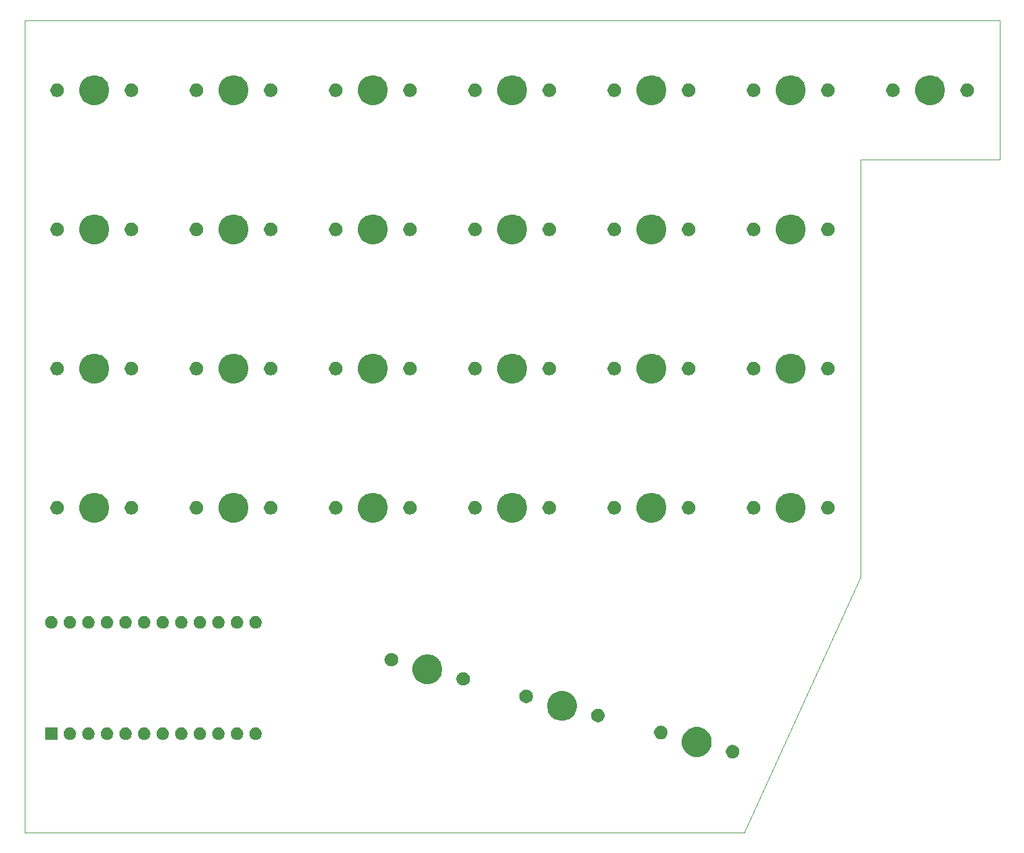
<source format=gbr>
G04 #@! TF.GenerationSoftware,KiCad,Pcbnew,(5.1.4)-1*
G04 #@! TF.CreationDate,2022-03-13T19:48:58-07:00*
G04 #@! TF.ProjectId,Dweebs-Macro-Mini,44776565-6273-42d4-9d61-63726f2d4d69,rev?*
G04 #@! TF.SameCoordinates,Original*
G04 #@! TF.FileFunction,Soldermask,Top*
G04 #@! TF.FilePolarity,Negative*
%FSLAX46Y46*%
G04 Gerber Fmt 4.6, Leading zero omitted, Abs format (unit mm)*
G04 Created by KiCad (PCBNEW (5.1.4)-1) date 2022-03-13 19:48:58*
%MOMM*%
%LPD*%
G04 APERTURE LIST*
%ADD10C,0.050000*%
%ADD11C,0.100000*%
G04 APERTURE END LIST*
D10*
X188118750Y-58737500D02*
X188118750Y-115887500D01*
X207168750Y-58737500D02*
X188118750Y-58737500D01*
X207168750Y-39687500D02*
X207168750Y-58737500D01*
X73818750Y-39687500D02*
X207168750Y-39687500D01*
X73818750Y-150812500D02*
X73818750Y-39687500D01*
X172243750Y-150812500D02*
X73818750Y-150812500D01*
X188118750Y-115887500D02*
X172243750Y-150812500D01*
D11*
G36*
X170912007Y-138854386D02*
G01*
X171080529Y-138924190D01*
X171232194Y-139025529D01*
X171361175Y-139154510D01*
X171462514Y-139306175D01*
X171532318Y-139474697D01*
X171567903Y-139653598D01*
X171567903Y-139836004D01*
X171532318Y-140014905D01*
X171462514Y-140183427D01*
X171361175Y-140335092D01*
X171232194Y-140464073D01*
X171080529Y-140565412D01*
X170912007Y-140635216D01*
X170733106Y-140670801D01*
X170550700Y-140670801D01*
X170371799Y-140635216D01*
X170203277Y-140565412D01*
X170051612Y-140464073D01*
X169922631Y-140335092D01*
X169821292Y-140183427D01*
X169751488Y-140014905D01*
X169715903Y-139836004D01*
X169715903Y-139653598D01*
X169751488Y-139474697D01*
X169821292Y-139306175D01*
X169922631Y-139154510D01*
X170051612Y-139025529D01*
X170203277Y-138924190D01*
X170371799Y-138854386D01*
X170550700Y-138818801D01*
X170733106Y-138818801D01*
X170912007Y-138854386D01*
X170912007Y-138854386D01*
G37*
G36*
X166331474Y-136463684D02*
G01*
X166479284Y-136524909D01*
X166703623Y-136617833D01*
X167038548Y-136841623D01*
X167323377Y-137126452D01*
X167547167Y-137461377D01*
X167585460Y-137553825D01*
X167701316Y-137833526D01*
X167779900Y-138228594D01*
X167779900Y-138631406D01*
X167701316Y-139026474D01*
X167648281Y-139154511D01*
X167547167Y-139398623D01*
X167323377Y-139733548D01*
X167038548Y-140018377D01*
X166703623Y-140242167D01*
X166549474Y-140306017D01*
X166331474Y-140396316D01*
X165936406Y-140474900D01*
X165533594Y-140474900D01*
X165138526Y-140396316D01*
X164920526Y-140306017D01*
X164766377Y-140242167D01*
X164431452Y-140018377D01*
X164146623Y-139733548D01*
X163922833Y-139398623D01*
X163821719Y-139154511D01*
X163768684Y-139026474D01*
X163690100Y-138631406D01*
X163690100Y-138228594D01*
X163768684Y-137833526D01*
X163884540Y-137553825D01*
X163922833Y-137461377D01*
X164146623Y-137126452D01*
X164431452Y-136841623D01*
X164766377Y-136617833D01*
X164990716Y-136524909D01*
X165138526Y-136463684D01*
X165533594Y-136385100D01*
X165936406Y-136385100D01*
X166331474Y-136463684D01*
X166331474Y-136463684D01*
G37*
G36*
X80258228Y-136468703D02*
G01*
X80413100Y-136532853D01*
X80552481Y-136625985D01*
X80671015Y-136744519D01*
X80764147Y-136883900D01*
X80828297Y-137038772D01*
X80861000Y-137203184D01*
X80861000Y-137370816D01*
X80828297Y-137535228D01*
X80764147Y-137690100D01*
X80671015Y-137829481D01*
X80552481Y-137948015D01*
X80413100Y-138041147D01*
X80258228Y-138105297D01*
X80093816Y-138138000D01*
X79926184Y-138138000D01*
X79761772Y-138105297D01*
X79606900Y-138041147D01*
X79467519Y-137948015D01*
X79348985Y-137829481D01*
X79255853Y-137690100D01*
X79191703Y-137535228D01*
X79159000Y-137370816D01*
X79159000Y-137203184D01*
X79191703Y-137038772D01*
X79255853Y-136883900D01*
X79348985Y-136744519D01*
X79467519Y-136625985D01*
X79606900Y-136532853D01*
X79761772Y-136468703D01*
X79926184Y-136436000D01*
X80093816Y-136436000D01*
X80258228Y-136468703D01*
X80258228Y-136468703D01*
G37*
G36*
X82798228Y-136468703D02*
G01*
X82953100Y-136532853D01*
X83092481Y-136625985D01*
X83211015Y-136744519D01*
X83304147Y-136883900D01*
X83368297Y-137038772D01*
X83401000Y-137203184D01*
X83401000Y-137370816D01*
X83368297Y-137535228D01*
X83304147Y-137690100D01*
X83211015Y-137829481D01*
X83092481Y-137948015D01*
X82953100Y-138041147D01*
X82798228Y-138105297D01*
X82633816Y-138138000D01*
X82466184Y-138138000D01*
X82301772Y-138105297D01*
X82146900Y-138041147D01*
X82007519Y-137948015D01*
X81888985Y-137829481D01*
X81795853Y-137690100D01*
X81731703Y-137535228D01*
X81699000Y-137370816D01*
X81699000Y-137203184D01*
X81731703Y-137038772D01*
X81795853Y-136883900D01*
X81888985Y-136744519D01*
X82007519Y-136625985D01*
X82146900Y-136532853D01*
X82301772Y-136468703D01*
X82466184Y-136436000D01*
X82633816Y-136436000D01*
X82798228Y-136468703D01*
X82798228Y-136468703D01*
G37*
G36*
X85338228Y-136468703D02*
G01*
X85493100Y-136532853D01*
X85632481Y-136625985D01*
X85751015Y-136744519D01*
X85844147Y-136883900D01*
X85908297Y-137038772D01*
X85941000Y-137203184D01*
X85941000Y-137370816D01*
X85908297Y-137535228D01*
X85844147Y-137690100D01*
X85751015Y-137829481D01*
X85632481Y-137948015D01*
X85493100Y-138041147D01*
X85338228Y-138105297D01*
X85173816Y-138138000D01*
X85006184Y-138138000D01*
X84841772Y-138105297D01*
X84686900Y-138041147D01*
X84547519Y-137948015D01*
X84428985Y-137829481D01*
X84335853Y-137690100D01*
X84271703Y-137535228D01*
X84239000Y-137370816D01*
X84239000Y-137203184D01*
X84271703Y-137038772D01*
X84335853Y-136883900D01*
X84428985Y-136744519D01*
X84547519Y-136625985D01*
X84686900Y-136532853D01*
X84841772Y-136468703D01*
X85006184Y-136436000D01*
X85173816Y-136436000D01*
X85338228Y-136468703D01*
X85338228Y-136468703D01*
G37*
G36*
X87878228Y-136468703D02*
G01*
X88033100Y-136532853D01*
X88172481Y-136625985D01*
X88291015Y-136744519D01*
X88384147Y-136883900D01*
X88448297Y-137038772D01*
X88481000Y-137203184D01*
X88481000Y-137370816D01*
X88448297Y-137535228D01*
X88384147Y-137690100D01*
X88291015Y-137829481D01*
X88172481Y-137948015D01*
X88033100Y-138041147D01*
X87878228Y-138105297D01*
X87713816Y-138138000D01*
X87546184Y-138138000D01*
X87381772Y-138105297D01*
X87226900Y-138041147D01*
X87087519Y-137948015D01*
X86968985Y-137829481D01*
X86875853Y-137690100D01*
X86811703Y-137535228D01*
X86779000Y-137370816D01*
X86779000Y-137203184D01*
X86811703Y-137038772D01*
X86875853Y-136883900D01*
X86968985Y-136744519D01*
X87087519Y-136625985D01*
X87226900Y-136532853D01*
X87381772Y-136468703D01*
X87546184Y-136436000D01*
X87713816Y-136436000D01*
X87878228Y-136468703D01*
X87878228Y-136468703D01*
G37*
G36*
X90418228Y-136468703D02*
G01*
X90573100Y-136532853D01*
X90712481Y-136625985D01*
X90831015Y-136744519D01*
X90924147Y-136883900D01*
X90988297Y-137038772D01*
X91021000Y-137203184D01*
X91021000Y-137370816D01*
X90988297Y-137535228D01*
X90924147Y-137690100D01*
X90831015Y-137829481D01*
X90712481Y-137948015D01*
X90573100Y-138041147D01*
X90418228Y-138105297D01*
X90253816Y-138138000D01*
X90086184Y-138138000D01*
X89921772Y-138105297D01*
X89766900Y-138041147D01*
X89627519Y-137948015D01*
X89508985Y-137829481D01*
X89415853Y-137690100D01*
X89351703Y-137535228D01*
X89319000Y-137370816D01*
X89319000Y-137203184D01*
X89351703Y-137038772D01*
X89415853Y-136883900D01*
X89508985Y-136744519D01*
X89627519Y-136625985D01*
X89766900Y-136532853D01*
X89921772Y-136468703D01*
X90086184Y-136436000D01*
X90253816Y-136436000D01*
X90418228Y-136468703D01*
X90418228Y-136468703D01*
G37*
G36*
X92958228Y-136468703D02*
G01*
X93113100Y-136532853D01*
X93252481Y-136625985D01*
X93371015Y-136744519D01*
X93464147Y-136883900D01*
X93528297Y-137038772D01*
X93561000Y-137203184D01*
X93561000Y-137370816D01*
X93528297Y-137535228D01*
X93464147Y-137690100D01*
X93371015Y-137829481D01*
X93252481Y-137948015D01*
X93113100Y-138041147D01*
X92958228Y-138105297D01*
X92793816Y-138138000D01*
X92626184Y-138138000D01*
X92461772Y-138105297D01*
X92306900Y-138041147D01*
X92167519Y-137948015D01*
X92048985Y-137829481D01*
X91955853Y-137690100D01*
X91891703Y-137535228D01*
X91859000Y-137370816D01*
X91859000Y-137203184D01*
X91891703Y-137038772D01*
X91955853Y-136883900D01*
X92048985Y-136744519D01*
X92167519Y-136625985D01*
X92306900Y-136532853D01*
X92461772Y-136468703D01*
X92626184Y-136436000D01*
X92793816Y-136436000D01*
X92958228Y-136468703D01*
X92958228Y-136468703D01*
G37*
G36*
X95498228Y-136468703D02*
G01*
X95653100Y-136532853D01*
X95792481Y-136625985D01*
X95911015Y-136744519D01*
X96004147Y-136883900D01*
X96068297Y-137038772D01*
X96101000Y-137203184D01*
X96101000Y-137370816D01*
X96068297Y-137535228D01*
X96004147Y-137690100D01*
X95911015Y-137829481D01*
X95792481Y-137948015D01*
X95653100Y-138041147D01*
X95498228Y-138105297D01*
X95333816Y-138138000D01*
X95166184Y-138138000D01*
X95001772Y-138105297D01*
X94846900Y-138041147D01*
X94707519Y-137948015D01*
X94588985Y-137829481D01*
X94495853Y-137690100D01*
X94431703Y-137535228D01*
X94399000Y-137370816D01*
X94399000Y-137203184D01*
X94431703Y-137038772D01*
X94495853Y-136883900D01*
X94588985Y-136744519D01*
X94707519Y-136625985D01*
X94846900Y-136532853D01*
X95001772Y-136468703D01*
X95166184Y-136436000D01*
X95333816Y-136436000D01*
X95498228Y-136468703D01*
X95498228Y-136468703D01*
G37*
G36*
X98038228Y-136468703D02*
G01*
X98193100Y-136532853D01*
X98332481Y-136625985D01*
X98451015Y-136744519D01*
X98544147Y-136883900D01*
X98608297Y-137038772D01*
X98641000Y-137203184D01*
X98641000Y-137370816D01*
X98608297Y-137535228D01*
X98544147Y-137690100D01*
X98451015Y-137829481D01*
X98332481Y-137948015D01*
X98193100Y-138041147D01*
X98038228Y-138105297D01*
X97873816Y-138138000D01*
X97706184Y-138138000D01*
X97541772Y-138105297D01*
X97386900Y-138041147D01*
X97247519Y-137948015D01*
X97128985Y-137829481D01*
X97035853Y-137690100D01*
X96971703Y-137535228D01*
X96939000Y-137370816D01*
X96939000Y-137203184D01*
X96971703Y-137038772D01*
X97035853Y-136883900D01*
X97128985Y-136744519D01*
X97247519Y-136625985D01*
X97386900Y-136532853D01*
X97541772Y-136468703D01*
X97706184Y-136436000D01*
X97873816Y-136436000D01*
X98038228Y-136468703D01*
X98038228Y-136468703D01*
G37*
G36*
X100578228Y-136468703D02*
G01*
X100733100Y-136532853D01*
X100872481Y-136625985D01*
X100991015Y-136744519D01*
X101084147Y-136883900D01*
X101148297Y-137038772D01*
X101181000Y-137203184D01*
X101181000Y-137370816D01*
X101148297Y-137535228D01*
X101084147Y-137690100D01*
X100991015Y-137829481D01*
X100872481Y-137948015D01*
X100733100Y-138041147D01*
X100578228Y-138105297D01*
X100413816Y-138138000D01*
X100246184Y-138138000D01*
X100081772Y-138105297D01*
X99926900Y-138041147D01*
X99787519Y-137948015D01*
X99668985Y-137829481D01*
X99575853Y-137690100D01*
X99511703Y-137535228D01*
X99479000Y-137370816D01*
X99479000Y-137203184D01*
X99511703Y-137038772D01*
X99575853Y-136883900D01*
X99668985Y-136744519D01*
X99787519Y-136625985D01*
X99926900Y-136532853D01*
X100081772Y-136468703D01*
X100246184Y-136436000D01*
X100413816Y-136436000D01*
X100578228Y-136468703D01*
X100578228Y-136468703D01*
G37*
G36*
X103118228Y-136468703D02*
G01*
X103273100Y-136532853D01*
X103412481Y-136625985D01*
X103531015Y-136744519D01*
X103624147Y-136883900D01*
X103688297Y-137038772D01*
X103721000Y-137203184D01*
X103721000Y-137370816D01*
X103688297Y-137535228D01*
X103624147Y-137690100D01*
X103531015Y-137829481D01*
X103412481Y-137948015D01*
X103273100Y-138041147D01*
X103118228Y-138105297D01*
X102953816Y-138138000D01*
X102786184Y-138138000D01*
X102621772Y-138105297D01*
X102466900Y-138041147D01*
X102327519Y-137948015D01*
X102208985Y-137829481D01*
X102115853Y-137690100D01*
X102051703Y-137535228D01*
X102019000Y-137370816D01*
X102019000Y-137203184D01*
X102051703Y-137038772D01*
X102115853Y-136883900D01*
X102208985Y-136744519D01*
X102327519Y-136625985D01*
X102466900Y-136532853D01*
X102621772Y-136468703D01*
X102786184Y-136436000D01*
X102953816Y-136436000D01*
X103118228Y-136468703D01*
X103118228Y-136468703D01*
G37*
G36*
X105658228Y-136468703D02*
G01*
X105813100Y-136532853D01*
X105952481Y-136625985D01*
X106071015Y-136744519D01*
X106164147Y-136883900D01*
X106228297Y-137038772D01*
X106261000Y-137203184D01*
X106261000Y-137370816D01*
X106228297Y-137535228D01*
X106164147Y-137690100D01*
X106071015Y-137829481D01*
X105952481Y-137948015D01*
X105813100Y-138041147D01*
X105658228Y-138105297D01*
X105493816Y-138138000D01*
X105326184Y-138138000D01*
X105161772Y-138105297D01*
X105006900Y-138041147D01*
X104867519Y-137948015D01*
X104748985Y-137829481D01*
X104655853Y-137690100D01*
X104591703Y-137535228D01*
X104559000Y-137370816D01*
X104559000Y-137203184D01*
X104591703Y-137038772D01*
X104655853Y-136883900D01*
X104748985Y-136744519D01*
X104867519Y-136625985D01*
X105006900Y-136532853D01*
X105161772Y-136468703D01*
X105326184Y-136436000D01*
X105493816Y-136436000D01*
X105658228Y-136468703D01*
X105658228Y-136468703D01*
G37*
G36*
X78321000Y-138138000D02*
G01*
X76619000Y-138138000D01*
X76619000Y-136436000D01*
X78321000Y-136436000D01*
X78321000Y-138138000D01*
X78321000Y-138138000D01*
G37*
G36*
X161098201Y-136224784D02*
G01*
X161266723Y-136294588D01*
X161418388Y-136395927D01*
X161547369Y-136524908D01*
X161648708Y-136676573D01*
X161718512Y-136845095D01*
X161754097Y-137023996D01*
X161754097Y-137206402D01*
X161718512Y-137385303D01*
X161648708Y-137553825D01*
X161547369Y-137705490D01*
X161418388Y-137834471D01*
X161266723Y-137935810D01*
X161098201Y-138005614D01*
X160919300Y-138041199D01*
X160736894Y-138041199D01*
X160557993Y-138005614D01*
X160389471Y-137935810D01*
X160237806Y-137834471D01*
X160108825Y-137705490D01*
X160007486Y-137553825D01*
X159937682Y-137385303D01*
X159902097Y-137206402D01*
X159902097Y-137023996D01*
X159937682Y-136845095D01*
X160007486Y-136676573D01*
X160108825Y-136524908D01*
X160237806Y-136395927D01*
X160389471Y-136294588D01*
X160557993Y-136224784D01*
X160736894Y-136189199D01*
X160919300Y-136189199D01*
X161098201Y-136224784D01*
X161098201Y-136224784D01*
G37*
G36*
X152497007Y-133901386D02*
G01*
X152665529Y-133971190D01*
X152817194Y-134072529D01*
X152946175Y-134201510D01*
X153047514Y-134353175D01*
X153117318Y-134521697D01*
X153152903Y-134700598D01*
X153152903Y-134883004D01*
X153117318Y-135061905D01*
X153047514Y-135230427D01*
X152946175Y-135382092D01*
X152817194Y-135511073D01*
X152665529Y-135612412D01*
X152497007Y-135682216D01*
X152318106Y-135717801D01*
X152135700Y-135717801D01*
X151956799Y-135682216D01*
X151788277Y-135612412D01*
X151636612Y-135511073D01*
X151507631Y-135382092D01*
X151406292Y-135230427D01*
X151336488Y-135061905D01*
X151300903Y-134883004D01*
X151300903Y-134700598D01*
X151336488Y-134521697D01*
X151406292Y-134353175D01*
X151507631Y-134201510D01*
X151636612Y-134072529D01*
X151788277Y-133971190D01*
X151956799Y-133901386D01*
X152135700Y-133865801D01*
X152318106Y-133865801D01*
X152497007Y-133901386D01*
X152497007Y-133901386D01*
G37*
G36*
X147916474Y-131510684D02*
G01*
X148064284Y-131571909D01*
X148288623Y-131664833D01*
X148623548Y-131888623D01*
X148908377Y-132173452D01*
X149132167Y-132508377D01*
X149170460Y-132600825D01*
X149286316Y-132880526D01*
X149364900Y-133275594D01*
X149364900Y-133678406D01*
X149286316Y-134073474D01*
X149233281Y-134201511D01*
X149132167Y-134445623D01*
X148908377Y-134780548D01*
X148623548Y-135065377D01*
X148288623Y-135289167D01*
X148134474Y-135353017D01*
X147916474Y-135443316D01*
X147521406Y-135521900D01*
X147118594Y-135521900D01*
X146723526Y-135443316D01*
X146505526Y-135353017D01*
X146351377Y-135289167D01*
X146016452Y-135065377D01*
X145731623Y-134780548D01*
X145507833Y-134445623D01*
X145406719Y-134201511D01*
X145353684Y-134073474D01*
X145275100Y-133678406D01*
X145275100Y-133275594D01*
X145353684Y-132880526D01*
X145469540Y-132600825D01*
X145507833Y-132508377D01*
X145731623Y-132173452D01*
X146016452Y-131888623D01*
X146351377Y-131664833D01*
X146575716Y-131571909D01*
X146723526Y-131510684D01*
X147118594Y-131432100D01*
X147521406Y-131432100D01*
X147916474Y-131510684D01*
X147916474Y-131510684D01*
G37*
G36*
X142683201Y-131271784D02*
G01*
X142851723Y-131341588D01*
X143003388Y-131442927D01*
X143132369Y-131571908D01*
X143233708Y-131723573D01*
X143303512Y-131892095D01*
X143339097Y-132070996D01*
X143339097Y-132253402D01*
X143303512Y-132432303D01*
X143233708Y-132600825D01*
X143132369Y-132752490D01*
X143003388Y-132881471D01*
X142851723Y-132982810D01*
X142683201Y-133052614D01*
X142504300Y-133088199D01*
X142321894Y-133088199D01*
X142142993Y-133052614D01*
X141974471Y-132982810D01*
X141822806Y-132881471D01*
X141693825Y-132752490D01*
X141592486Y-132600825D01*
X141522682Y-132432303D01*
X141487097Y-132253402D01*
X141487097Y-132070996D01*
X141522682Y-131892095D01*
X141592486Y-131723573D01*
X141693825Y-131571908D01*
X141822806Y-131442927D01*
X141974471Y-131341588D01*
X142142993Y-131271784D01*
X142321894Y-131236199D01*
X142504300Y-131236199D01*
X142683201Y-131271784D01*
X142683201Y-131271784D01*
G37*
G36*
X134067007Y-128894386D02*
G01*
X134235529Y-128964190D01*
X134387194Y-129065529D01*
X134516175Y-129194510D01*
X134617514Y-129346175D01*
X134687318Y-129514697D01*
X134722903Y-129693598D01*
X134722903Y-129876004D01*
X134687318Y-130054905D01*
X134617514Y-130223427D01*
X134516175Y-130375092D01*
X134387194Y-130504073D01*
X134235529Y-130605412D01*
X134067007Y-130675216D01*
X133888106Y-130710801D01*
X133705700Y-130710801D01*
X133526799Y-130675216D01*
X133358277Y-130605412D01*
X133206612Y-130504073D01*
X133077631Y-130375092D01*
X132976292Y-130223427D01*
X132906488Y-130054905D01*
X132870903Y-129876004D01*
X132870903Y-129693598D01*
X132906488Y-129514697D01*
X132976292Y-129346175D01*
X133077631Y-129194510D01*
X133206612Y-129065529D01*
X133358277Y-128964190D01*
X133526799Y-128894386D01*
X133705700Y-128858801D01*
X133888106Y-128858801D01*
X134067007Y-128894386D01*
X134067007Y-128894386D01*
G37*
G36*
X129486474Y-126503684D02*
G01*
X129634284Y-126564909D01*
X129858623Y-126657833D01*
X130193548Y-126881623D01*
X130478377Y-127166452D01*
X130702167Y-127501377D01*
X130740460Y-127593825D01*
X130856316Y-127873526D01*
X130934900Y-128268594D01*
X130934900Y-128671406D01*
X130856316Y-129066474D01*
X130803281Y-129194511D01*
X130702167Y-129438623D01*
X130478377Y-129773548D01*
X130193548Y-130058377D01*
X129858623Y-130282167D01*
X129704474Y-130346017D01*
X129486474Y-130436316D01*
X129091406Y-130514900D01*
X128688594Y-130514900D01*
X128293526Y-130436316D01*
X128075526Y-130346017D01*
X127921377Y-130282167D01*
X127586452Y-130058377D01*
X127301623Y-129773548D01*
X127077833Y-129438623D01*
X126976719Y-129194511D01*
X126923684Y-129066474D01*
X126845100Y-128671406D01*
X126845100Y-128268594D01*
X126923684Y-127873526D01*
X127039540Y-127593825D01*
X127077833Y-127501377D01*
X127301623Y-127166452D01*
X127586452Y-126881623D01*
X127921377Y-126657833D01*
X128145716Y-126564909D01*
X128293526Y-126503684D01*
X128688594Y-126425100D01*
X129091406Y-126425100D01*
X129486474Y-126503684D01*
X129486474Y-126503684D01*
G37*
G36*
X124253201Y-126264784D02*
G01*
X124421723Y-126334588D01*
X124573388Y-126435927D01*
X124702369Y-126564908D01*
X124803708Y-126716573D01*
X124873512Y-126885095D01*
X124909097Y-127063996D01*
X124909097Y-127246402D01*
X124873512Y-127425303D01*
X124803708Y-127593825D01*
X124702369Y-127745490D01*
X124573388Y-127874471D01*
X124421723Y-127975810D01*
X124253201Y-128045614D01*
X124074300Y-128081199D01*
X123891894Y-128081199D01*
X123712993Y-128045614D01*
X123544471Y-127975810D01*
X123392806Y-127874471D01*
X123263825Y-127745490D01*
X123162486Y-127593825D01*
X123092682Y-127425303D01*
X123057097Y-127246402D01*
X123057097Y-127063996D01*
X123092682Y-126885095D01*
X123162486Y-126716573D01*
X123263825Y-126564908D01*
X123392806Y-126435927D01*
X123544471Y-126334588D01*
X123712993Y-126264784D01*
X123891894Y-126229199D01*
X124074300Y-126229199D01*
X124253201Y-126264784D01*
X124253201Y-126264784D01*
G37*
G36*
X105658228Y-121228703D02*
G01*
X105813100Y-121292853D01*
X105952481Y-121385985D01*
X106071015Y-121504519D01*
X106164147Y-121643900D01*
X106228297Y-121798772D01*
X106261000Y-121963184D01*
X106261000Y-122130816D01*
X106228297Y-122295228D01*
X106164147Y-122450100D01*
X106071015Y-122589481D01*
X105952481Y-122708015D01*
X105813100Y-122801147D01*
X105658228Y-122865297D01*
X105493816Y-122898000D01*
X105326184Y-122898000D01*
X105161772Y-122865297D01*
X105006900Y-122801147D01*
X104867519Y-122708015D01*
X104748985Y-122589481D01*
X104655853Y-122450100D01*
X104591703Y-122295228D01*
X104559000Y-122130816D01*
X104559000Y-121963184D01*
X104591703Y-121798772D01*
X104655853Y-121643900D01*
X104748985Y-121504519D01*
X104867519Y-121385985D01*
X105006900Y-121292853D01*
X105161772Y-121228703D01*
X105326184Y-121196000D01*
X105493816Y-121196000D01*
X105658228Y-121228703D01*
X105658228Y-121228703D01*
G37*
G36*
X103118228Y-121228703D02*
G01*
X103273100Y-121292853D01*
X103412481Y-121385985D01*
X103531015Y-121504519D01*
X103624147Y-121643900D01*
X103688297Y-121798772D01*
X103721000Y-121963184D01*
X103721000Y-122130816D01*
X103688297Y-122295228D01*
X103624147Y-122450100D01*
X103531015Y-122589481D01*
X103412481Y-122708015D01*
X103273100Y-122801147D01*
X103118228Y-122865297D01*
X102953816Y-122898000D01*
X102786184Y-122898000D01*
X102621772Y-122865297D01*
X102466900Y-122801147D01*
X102327519Y-122708015D01*
X102208985Y-122589481D01*
X102115853Y-122450100D01*
X102051703Y-122295228D01*
X102019000Y-122130816D01*
X102019000Y-121963184D01*
X102051703Y-121798772D01*
X102115853Y-121643900D01*
X102208985Y-121504519D01*
X102327519Y-121385985D01*
X102466900Y-121292853D01*
X102621772Y-121228703D01*
X102786184Y-121196000D01*
X102953816Y-121196000D01*
X103118228Y-121228703D01*
X103118228Y-121228703D01*
G37*
G36*
X100578228Y-121228703D02*
G01*
X100733100Y-121292853D01*
X100872481Y-121385985D01*
X100991015Y-121504519D01*
X101084147Y-121643900D01*
X101148297Y-121798772D01*
X101181000Y-121963184D01*
X101181000Y-122130816D01*
X101148297Y-122295228D01*
X101084147Y-122450100D01*
X100991015Y-122589481D01*
X100872481Y-122708015D01*
X100733100Y-122801147D01*
X100578228Y-122865297D01*
X100413816Y-122898000D01*
X100246184Y-122898000D01*
X100081772Y-122865297D01*
X99926900Y-122801147D01*
X99787519Y-122708015D01*
X99668985Y-122589481D01*
X99575853Y-122450100D01*
X99511703Y-122295228D01*
X99479000Y-122130816D01*
X99479000Y-121963184D01*
X99511703Y-121798772D01*
X99575853Y-121643900D01*
X99668985Y-121504519D01*
X99787519Y-121385985D01*
X99926900Y-121292853D01*
X100081772Y-121228703D01*
X100246184Y-121196000D01*
X100413816Y-121196000D01*
X100578228Y-121228703D01*
X100578228Y-121228703D01*
G37*
G36*
X98038228Y-121228703D02*
G01*
X98193100Y-121292853D01*
X98332481Y-121385985D01*
X98451015Y-121504519D01*
X98544147Y-121643900D01*
X98608297Y-121798772D01*
X98641000Y-121963184D01*
X98641000Y-122130816D01*
X98608297Y-122295228D01*
X98544147Y-122450100D01*
X98451015Y-122589481D01*
X98332481Y-122708015D01*
X98193100Y-122801147D01*
X98038228Y-122865297D01*
X97873816Y-122898000D01*
X97706184Y-122898000D01*
X97541772Y-122865297D01*
X97386900Y-122801147D01*
X97247519Y-122708015D01*
X97128985Y-122589481D01*
X97035853Y-122450100D01*
X96971703Y-122295228D01*
X96939000Y-122130816D01*
X96939000Y-121963184D01*
X96971703Y-121798772D01*
X97035853Y-121643900D01*
X97128985Y-121504519D01*
X97247519Y-121385985D01*
X97386900Y-121292853D01*
X97541772Y-121228703D01*
X97706184Y-121196000D01*
X97873816Y-121196000D01*
X98038228Y-121228703D01*
X98038228Y-121228703D01*
G37*
G36*
X92958228Y-121228703D02*
G01*
X93113100Y-121292853D01*
X93252481Y-121385985D01*
X93371015Y-121504519D01*
X93464147Y-121643900D01*
X93528297Y-121798772D01*
X93561000Y-121963184D01*
X93561000Y-122130816D01*
X93528297Y-122295228D01*
X93464147Y-122450100D01*
X93371015Y-122589481D01*
X93252481Y-122708015D01*
X93113100Y-122801147D01*
X92958228Y-122865297D01*
X92793816Y-122898000D01*
X92626184Y-122898000D01*
X92461772Y-122865297D01*
X92306900Y-122801147D01*
X92167519Y-122708015D01*
X92048985Y-122589481D01*
X91955853Y-122450100D01*
X91891703Y-122295228D01*
X91859000Y-122130816D01*
X91859000Y-121963184D01*
X91891703Y-121798772D01*
X91955853Y-121643900D01*
X92048985Y-121504519D01*
X92167519Y-121385985D01*
X92306900Y-121292853D01*
X92461772Y-121228703D01*
X92626184Y-121196000D01*
X92793816Y-121196000D01*
X92958228Y-121228703D01*
X92958228Y-121228703D01*
G37*
G36*
X95498228Y-121228703D02*
G01*
X95653100Y-121292853D01*
X95792481Y-121385985D01*
X95911015Y-121504519D01*
X96004147Y-121643900D01*
X96068297Y-121798772D01*
X96101000Y-121963184D01*
X96101000Y-122130816D01*
X96068297Y-122295228D01*
X96004147Y-122450100D01*
X95911015Y-122589481D01*
X95792481Y-122708015D01*
X95653100Y-122801147D01*
X95498228Y-122865297D01*
X95333816Y-122898000D01*
X95166184Y-122898000D01*
X95001772Y-122865297D01*
X94846900Y-122801147D01*
X94707519Y-122708015D01*
X94588985Y-122589481D01*
X94495853Y-122450100D01*
X94431703Y-122295228D01*
X94399000Y-122130816D01*
X94399000Y-121963184D01*
X94431703Y-121798772D01*
X94495853Y-121643900D01*
X94588985Y-121504519D01*
X94707519Y-121385985D01*
X94846900Y-121292853D01*
X95001772Y-121228703D01*
X95166184Y-121196000D01*
X95333816Y-121196000D01*
X95498228Y-121228703D01*
X95498228Y-121228703D01*
G37*
G36*
X80258228Y-121228703D02*
G01*
X80413100Y-121292853D01*
X80552481Y-121385985D01*
X80671015Y-121504519D01*
X80764147Y-121643900D01*
X80828297Y-121798772D01*
X80861000Y-121963184D01*
X80861000Y-122130816D01*
X80828297Y-122295228D01*
X80764147Y-122450100D01*
X80671015Y-122589481D01*
X80552481Y-122708015D01*
X80413100Y-122801147D01*
X80258228Y-122865297D01*
X80093816Y-122898000D01*
X79926184Y-122898000D01*
X79761772Y-122865297D01*
X79606900Y-122801147D01*
X79467519Y-122708015D01*
X79348985Y-122589481D01*
X79255853Y-122450100D01*
X79191703Y-122295228D01*
X79159000Y-122130816D01*
X79159000Y-121963184D01*
X79191703Y-121798772D01*
X79255853Y-121643900D01*
X79348985Y-121504519D01*
X79467519Y-121385985D01*
X79606900Y-121292853D01*
X79761772Y-121228703D01*
X79926184Y-121196000D01*
X80093816Y-121196000D01*
X80258228Y-121228703D01*
X80258228Y-121228703D01*
G37*
G36*
X82798228Y-121228703D02*
G01*
X82953100Y-121292853D01*
X83092481Y-121385985D01*
X83211015Y-121504519D01*
X83304147Y-121643900D01*
X83368297Y-121798772D01*
X83401000Y-121963184D01*
X83401000Y-122130816D01*
X83368297Y-122295228D01*
X83304147Y-122450100D01*
X83211015Y-122589481D01*
X83092481Y-122708015D01*
X82953100Y-122801147D01*
X82798228Y-122865297D01*
X82633816Y-122898000D01*
X82466184Y-122898000D01*
X82301772Y-122865297D01*
X82146900Y-122801147D01*
X82007519Y-122708015D01*
X81888985Y-122589481D01*
X81795853Y-122450100D01*
X81731703Y-122295228D01*
X81699000Y-122130816D01*
X81699000Y-121963184D01*
X81731703Y-121798772D01*
X81795853Y-121643900D01*
X81888985Y-121504519D01*
X82007519Y-121385985D01*
X82146900Y-121292853D01*
X82301772Y-121228703D01*
X82466184Y-121196000D01*
X82633816Y-121196000D01*
X82798228Y-121228703D01*
X82798228Y-121228703D01*
G37*
G36*
X85338228Y-121228703D02*
G01*
X85493100Y-121292853D01*
X85632481Y-121385985D01*
X85751015Y-121504519D01*
X85844147Y-121643900D01*
X85908297Y-121798772D01*
X85941000Y-121963184D01*
X85941000Y-122130816D01*
X85908297Y-122295228D01*
X85844147Y-122450100D01*
X85751015Y-122589481D01*
X85632481Y-122708015D01*
X85493100Y-122801147D01*
X85338228Y-122865297D01*
X85173816Y-122898000D01*
X85006184Y-122898000D01*
X84841772Y-122865297D01*
X84686900Y-122801147D01*
X84547519Y-122708015D01*
X84428985Y-122589481D01*
X84335853Y-122450100D01*
X84271703Y-122295228D01*
X84239000Y-122130816D01*
X84239000Y-121963184D01*
X84271703Y-121798772D01*
X84335853Y-121643900D01*
X84428985Y-121504519D01*
X84547519Y-121385985D01*
X84686900Y-121292853D01*
X84841772Y-121228703D01*
X85006184Y-121196000D01*
X85173816Y-121196000D01*
X85338228Y-121228703D01*
X85338228Y-121228703D01*
G37*
G36*
X87878228Y-121228703D02*
G01*
X88033100Y-121292853D01*
X88172481Y-121385985D01*
X88291015Y-121504519D01*
X88384147Y-121643900D01*
X88448297Y-121798772D01*
X88481000Y-121963184D01*
X88481000Y-122130816D01*
X88448297Y-122295228D01*
X88384147Y-122450100D01*
X88291015Y-122589481D01*
X88172481Y-122708015D01*
X88033100Y-122801147D01*
X87878228Y-122865297D01*
X87713816Y-122898000D01*
X87546184Y-122898000D01*
X87381772Y-122865297D01*
X87226900Y-122801147D01*
X87087519Y-122708015D01*
X86968985Y-122589481D01*
X86875853Y-122450100D01*
X86811703Y-122295228D01*
X86779000Y-122130816D01*
X86779000Y-121963184D01*
X86811703Y-121798772D01*
X86875853Y-121643900D01*
X86968985Y-121504519D01*
X87087519Y-121385985D01*
X87226900Y-121292853D01*
X87381772Y-121228703D01*
X87546184Y-121196000D01*
X87713816Y-121196000D01*
X87878228Y-121228703D01*
X87878228Y-121228703D01*
G37*
G36*
X90418228Y-121228703D02*
G01*
X90573100Y-121292853D01*
X90712481Y-121385985D01*
X90831015Y-121504519D01*
X90924147Y-121643900D01*
X90988297Y-121798772D01*
X91021000Y-121963184D01*
X91021000Y-122130816D01*
X90988297Y-122295228D01*
X90924147Y-122450100D01*
X90831015Y-122589481D01*
X90712481Y-122708015D01*
X90573100Y-122801147D01*
X90418228Y-122865297D01*
X90253816Y-122898000D01*
X90086184Y-122898000D01*
X89921772Y-122865297D01*
X89766900Y-122801147D01*
X89627519Y-122708015D01*
X89508985Y-122589481D01*
X89415853Y-122450100D01*
X89351703Y-122295228D01*
X89319000Y-122130816D01*
X89319000Y-121963184D01*
X89351703Y-121798772D01*
X89415853Y-121643900D01*
X89508985Y-121504519D01*
X89627519Y-121385985D01*
X89766900Y-121292853D01*
X89921772Y-121228703D01*
X90086184Y-121196000D01*
X90253816Y-121196000D01*
X90418228Y-121228703D01*
X90418228Y-121228703D01*
G37*
G36*
X77718228Y-121228703D02*
G01*
X77873100Y-121292853D01*
X78012481Y-121385985D01*
X78131015Y-121504519D01*
X78224147Y-121643900D01*
X78288297Y-121798772D01*
X78321000Y-121963184D01*
X78321000Y-122130816D01*
X78288297Y-122295228D01*
X78224147Y-122450100D01*
X78131015Y-122589481D01*
X78012481Y-122708015D01*
X77873100Y-122801147D01*
X77718228Y-122865297D01*
X77553816Y-122898000D01*
X77386184Y-122898000D01*
X77221772Y-122865297D01*
X77066900Y-122801147D01*
X76927519Y-122708015D01*
X76808985Y-122589481D01*
X76715853Y-122450100D01*
X76651703Y-122295228D01*
X76619000Y-122130816D01*
X76619000Y-121963184D01*
X76651703Y-121798772D01*
X76715853Y-121643900D01*
X76808985Y-121504519D01*
X76927519Y-121385985D01*
X77066900Y-121292853D01*
X77221772Y-121228703D01*
X77386184Y-121196000D01*
X77553816Y-121196000D01*
X77718228Y-121228703D01*
X77718228Y-121228703D01*
G37*
G36*
X141090224Y-104396184D02*
G01*
X141308224Y-104486483D01*
X141462373Y-104550333D01*
X141797298Y-104774123D01*
X142082127Y-105058952D01*
X142305917Y-105393877D01*
X142338312Y-105472086D01*
X142460066Y-105766026D01*
X142538650Y-106161094D01*
X142538650Y-106563906D01*
X142460066Y-106958974D01*
X142409201Y-107081772D01*
X142305917Y-107331123D01*
X142082127Y-107666048D01*
X141797298Y-107950877D01*
X141462373Y-108174667D01*
X141308224Y-108238517D01*
X141090224Y-108328816D01*
X140695156Y-108407400D01*
X140292344Y-108407400D01*
X139897276Y-108328816D01*
X139679276Y-108238517D01*
X139525127Y-108174667D01*
X139190202Y-107950877D01*
X138905373Y-107666048D01*
X138681583Y-107331123D01*
X138578299Y-107081772D01*
X138527434Y-106958974D01*
X138448850Y-106563906D01*
X138448850Y-106161094D01*
X138527434Y-105766026D01*
X138649188Y-105472086D01*
X138681583Y-105393877D01*
X138905373Y-105058952D01*
X139190202Y-104774123D01*
X139525127Y-104550333D01*
X139679276Y-104486483D01*
X139897276Y-104396184D01*
X140292344Y-104317600D01*
X140695156Y-104317600D01*
X141090224Y-104396184D01*
X141090224Y-104396184D01*
G37*
G36*
X102990224Y-104396184D02*
G01*
X103208224Y-104486483D01*
X103362373Y-104550333D01*
X103697298Y-104774123D01*
X103982127Y-105058952D01*
X104205917Y-105393877D01*
X104238312Y-105472086D01*
X104360066Y-105766026D01*
X104438650Y-106161094D01*
X104438650Y-106563906D01*
X104360066Y-106958974D01*
X104309201Y-107081772D01*
X104205917Y-107331123D01*
X103982127Y-107666048D01*
X103697298Y-107950877D01*
X103362373Y-108174667D01*
X103208224Y-108238517D01*
X102990224Y-108328816D01*
X102595156Y-108407400D01*
X102192344Y-108407400D01*
X101797276Y-108328816D01*
X101579276Y-108238517D01*
X101425127Y-108174667D01*
X101090202Y-107950877D01*
X100805373Y-107666048D01*
X100581583Y-107331123D01*
X100478299Y-107081772D01*
X100427434Y-106958974D01*
X100348850Y-106563906D01*
X100348850Y-106161094D01*
X100427434Y-105766026D01*
X100549188Y-105472086D01*
X100581583Y-105393877D01*
X100805373Y-105058952D01*
X101090202Y-104774123D01*
X101425127Y-104550333D01*
X101579276Y-104486483D01*
X101797276Y-104396184D01*
X102192344Y-104317600D01*
X102595156Y-104317600D01*
X102990224Y-104396184D01*
X102990224Y-104396184D01*
G37*
G36*
X122040224Y-104396184D02*
G01*
X122258224Y-104486483D01*
X122412373Y-104550333D01*
X122747298Y-104774123D01*
X123032127Y-105058952D01*
X123255917Y-105393877D01*
X123288312Y-105472086D01*
X123410066Y-105766026D01*
X123488650Y-106161094D01*
X123488650Y-106563906D01*
X123410066Y-106958974D01*
X123359201Y-107081772D01*
X123255917Y-107331123D01*
X123032127Y-107666048D01*
X122747298Y-107950877D01*
X122412373Y-108174667D01*
X122258224Y-108238517D01*
X122040224Y-108328816D01*
X121645156Y-108407400D01*
X121242344Y-108407400D01*
X120847276Y-108328816D01*
X120629276Y-108238517D01*
X120475127Y-108174667D01*
X120140202Y-107950877D01*
X119855373Y-107666048D01*
X119631583Y-107331123D01*
X119528299Y-107081772D01*
X119477434Y-106958974D01*
X119398850Y-106563906D01*
X119398850Y-106161094D01*
X119477434Y-105766026D01*
X119599188Y-105472086D01*
X119631583Y-105393877D01*
X119855373Y-105058952D01*
X120140202Y-104774123D01*
X120475127Y-104550333D01*
X120629276Y-104486483D01*
X120847276Y-104396184D01*
X121242344Y-104317600D01*
X121645156Y-104317600D01*
X122040224Y-104396184D01*
X122040224Y-104396184D01*
G37*
G36*
X160140224Y-104396184D02*
G01*
X160358224Y-104486483D01*
X160512373Y-104550333D01*
X160847298Y-104774123D01*
X161132127Y-105058952D01*
X161355917Y-105393877D01*
X161388312Y-105472086D01*
X161510066Y-105766026D01*
X161588650Y-106161094D01*
X161588650Y-106563906D01*
X161510066Y-106958974D01*
X161459201Y-107081772D01*
X161355917Y-107331123D01*
X161132127Y-107666048D01*
X160847298Y-107950877D01*
X160512373Y-108174667D01*
X160358224Y-108238517D01*
X160140224Y-108328816D01*
X159745156Y-108407400D01*
X159342344Y-108407400D01*
X158947276Y-108328816D01*
X158729276Y-108238517D01*
X158575127Y-108174667D01*
X158240202Y-107950877D01*
X157955373Y-107666048D01*
X157731583Y-107331123D01*
X157628299Y-107081772D01*
X157577434Y-106958974D01*
X157498850Y-106563906D01*
X157498850Y-106161094D01*
X157577434Y-105766026D01*
X157699188Y-105472086D01*
X157731583Y-105393877D01*
X157955373Y-105058952D01*
X158240202Y-104774123D01*
X158575127Y-104550333D01*
X158729276Y-104486483D01*
X158947276Y-104396184D01*
X159342344Y-104317600D01*
X159745156Y-104317600D01*
X160140224Y-104396184D01*
X160140224Y-104396184D01*
G37*
G36*
X179190224Y-104396184D02*
G01*
X179408224Y-104486483D01*
X179562373Y-104550333D01*
X179897298Y-104774123D01*
X180182127Y-105058952D01*
X180405917Y-105393877D01*
X180438312Y-105472086D01*
X180560066Y-105766026D01*
X180638650Y-106161094D01*
X180638650Y-106563906D01*
X180560066Y-106958974D01*
X180509201Y-107081772D01*
X180405917Y-107331123D01*
X180182127Y-107666048D01*
X179897298Y-107950877D01*
X179562373Y-108174667D01*
X179408224Y-108238517D01*
X179190224Y-108328816D01*
X178795156Y-108407400D01*
X178392344Y-108407400D01*
X177997276Y-108328816D01*
X177779276Y-108238517D01*
X177625127Y-108174667D01*
X177290202Y-107950877D01*
X177005373Y-107666048D01*
X176781583Y-107331123D01*
X176678299Y-107081772D01*
X176627434Y-106958974D01*
X176548850Y-106563906D01*
X176548850Y-106161094D01*
X176627434Y-105766026D01*
X176749188Y-105472086D01*
X176781583Y-105393877D01*
X177005373Y-105058952D01*
X177290202Y-104774123D01*
X177625127Y-104550333D01*
X177779276Y-104486483D01*
X177997276Y-104396184D01*
X178392344Y-104317600D01*
X178795156Y-104317600D01*
X179190224Y-104396184D01*
X179190224Y-104396184D01*
G37*
G36*
X83940224Y-104396184D02*
G01*
X84158224Y-104486483D01*
X84312373Y-104550333D01*
X84647298Y-104774123D01*
X84932127Y-105058952D01*
X85155917Y-105393877D01*
X85188312Y-105472086D01*
X85310066Y-105766026D01*
X85388650Y-106161094D01*
X85388650Y-106563906D01*
X85310066Y-106958974D01*
X85259201Y-107081772D01*
X85155917Y-107331123D01*
X84932127Y-107666048D01*
X84647298Y-107950877D01*
X84312373Y-108174667D01*
X84158224Y-108238517D01*
X83940224Y-108328816D01*
X83545156Y-108407400D01*
X83142344Y-108407400D01*
X82747276Y-108328816D01*
X82529276Y-108238517D01*
X82375127Y-108174667D01*
X82040202Y-107950877D01*
X81755373Y-107666048D01*
X81531583Y-107331123D01*
X81428299Y-107081772D01*
X81377434Y-106958974D01*
X81298850Y-106563906D01*
X81298850Y-106161094D01*
X81377434Y-105766026D01*
X81499188Y-105472086D01*
X81531583Y-105393877D01*
X81755373Y-105058952D01*
X82040202Y-104774123D01*
X82375127Y-104550333D01*
X82529276Y-104486483D01*
X82747276Y-104396184D01*
X83142344Y-104317600D01*
X83545156Y-104317600D01*
X83940224Y-104396184D01*
X83940224Y-104396184D01*
G37*
G36*
X116633854Y-105472085D02*
G01*
X116802376Y-105541889D01*
X116954041Y-105643228D01*
X117083022Y-105772209D01*
X117184361Y-105923874D01*
X117254165Y-106092396D01*
X117289750Y-106271297D01*
X117289750Y-106453703D01*
X117254165Y-106632604D01*
X117184361Y-106801126D01*
X117083022Y-106952791D01*
X116954041Y-107081772D01*
X116802376Y-107183111D01*
X116633854Y-107252915D01*
X116454953Y-107288500D01*
X116272547Y-107288500D01*
X116093646Y-107252915D01*
X115925124Y-107183111D01*
X115773459Y-107081772D01*
X115644478Y-106952791D01*
X115543139Y-106801126D01*
X115473335Y-106632604D01*
X115437750Y-106453703D01*
X115437750Y-106271297D01*
X115473335Y-106092396D01*
X115543139Y-105923874D01*
X115644478Y-105772209D01*
X115773459Y-105643228D01*
X115925124Y-105541889D01*
X116093646Y-105472085D01*
X116272547Y-105436500D01*
X116454953Y-105436500D01*
X116633854Y-105472085D01*
X116633854Y-105472085D01*
G37*
G36*
X88693854Y-105472085D02*
G01*
X88862376Y-105541889D01*
X89014041Y-105643228D01*
X89143022Y-105772209D01*
X89244361Y-105923874D01*
X89314165Y-106092396D01*
X89349750Y-106271297D01*
X89349750Y-106453703D01*
X89314165Y-106632604D01*
X89244361Y-106801126D01*
X89143022Y-106952791D01*
X89014041Y-107081772D01*
X88862376Y-107183111D01*
X88693854Y-107252915D01*
X88514953Y-107288500D01*
X88332547Y-107288500D01*
X88153646Y-107252915D01*
X87985124Y-107183111D01*
X87833459Y-107081772D01*
X87704478Y-106952791D01*
X87603139Y-106801126D01*
X87533335Y-106632604D01*
X87497750Y-106453703D01*
X87497750Y-106271297D01*
X87533335Y-106092396D01*
X87603139Y-105923874D01*
X87704478Y-105772209D01*
X87833459Y-105643228D01*
X87985124Y-105541889D01*
X88153646Y-105472085D01*
X88332547Y-105436500D01*
X88514953Y-105436500D01*
X88693854Y-105472085D01*
X88693854Y-105472085D01*
G37*
G36*
X78533854Y-105472085D02*
G01*
X78702376Y-105541889D01*
X78854041Y-105643228D01*
X78983022Y-105772209D01*
X79084361Y-105923874D01*
X79154165Y-106092396D01*
X79189750Y-106271297D01*
X79189750Y-106453703D01*
X79154165Y-106632604D01*
X79084361Y-106801126D01*
X78983022Y-106952791D01*
X78854041Y-107081772D01*
X78702376Y-107183111D01*
X78533854Y-107252915D01*
X78354953Y-107288500D01*
X78172547Y-107288500D01*
X77993646Y-107252915D01*
X77825124Y-107183111D01*
X77673459Y-107081772D01*
X77544478Y-106952791D01*
X77443139Y-106801126D01*
X77373335Y-106632604D01*
X77337750Y-106453703D01*
X77337750Y-106271297D01*
X77373335Y-106092396D01*
X77443139Y-105923874D01*
X77544478Y-105772209D01*
X77673459Y-105643228D01*
X77825124Y-105541889D01*
X77993646Y-105472085D01*
X78172547Y-105436500D01*
X78354953Y-105436500D01*
X78533854Y-105472085D01*
X78533854Y-105472085D01*
G37*
G36*
X97583854Y-105472085D02*
G01*
X97752376Y-105541889D01*
X97904041Y-105643228D01*
X98033022Y-105772209D01*
X98134361Y-105923874D01*
X98204165Y-106092396D01*
X98239750Y-106271297D01*
X98239750Y-106453703D01*
X98204165Y-106632604D01*
X98134361Y-106801126D01*
X98033022Y-106952791D01*
X97904041Y-107081772D01*
X97752376Y-107183111D01*
X97583854Y-107252915D01*
X97404953Y-107288500D01*
X97222547Y-107288500D01*
X97043646Y-107252915D01*
X96875124Y-107183111D01*
X96723459Y-107081772D01*
X96594478Y-106952791D01*
X96493139Y-106801126D01*
X96423335Y-106632604D01*
X96387750Y-106453703D01*
X96387750Y-106271297D01*
X96423335Y-106092396D01*
X96493139Y-105923874D01*
X96594478Y-105772209D01*
X96723459Y-105643228D01*
X96875124Y-105541889D01*
X97043646Y-105472085D01*
X97222547Y-105436500D01*
X97404953Y-105436500D01*
X97583854Y-105472085D01*
X97583854Y-105472085D01*
G37*
G36*
X183943854Y-105472085D02*
G01*
X184112376Y-105541889D01*
X184264041Y-105643228D01*
X184393022Y-105772209D01*
X184494361Y-105923874D01*
X184564165Y-106092396D01*
X184599750Y-106271297D01*
X184599750Y-106453703D01*
X184564165Y-106632604D01*
X184494361Y-106801126D01*
X184393022Y-106952791D01*
X184264041Y-107081772D01*
X184112376Y-107183111D01*
X183943854Y-107252915D01*
X183764953Y-107288500D01*
X183582547Y-107288500D01*
X183403646Y-107252915D01*
X183235124Y-107183111D01*
X183083459Y-107081772D01*
X182954478Y-106952791D01*
X182853139Y-106801126D01*
X182783335Y-106632604D01*
X182747750Y-106453703D01*
X182747750Y-106271297D01*
X182783335Y-106092396D01*
X182853139Y-105923874D01*
X182954478Y-105772209D01*
X183083459Y-105643228D01*
X183235124Y-105541889D01*
X183403646Y-105472085D01*
X183582547Y-105436500D01*
X183764953Y-105436500D01*
X183943854Y-105472085D01*
X183943854Y-105472085D01*
G37*
G36*
X173783854Y-105472085D02*
G01*
X173952376Y-105541889D01*
X174104041Y-105643228D01*
X174233022Y-105772209D01*
X174334361Y-105923874D01*
X174404165Y-106092396D01*
X174439750Y-106271297D01*
X174439750Y-106453703D01*
X174404165Y-106632604D01*
X174334361Y-106801126D01*
X174233022Y-106952791D01*
X174104041Y-107081772D01*
X173952376Y-107183111D01*
X173783854Y-107252915D01*
X173604953Y-107288500D01*
X173422547Y-107288500D01*
X173243646Y-107252915D01*
X173075124Y-107183111D01*
X172923459Y-107081772D01*
X172794478Y-106952791D01*
X172693139Y-106801126D01*
X172623335Y-106632604D01*
X172587750Y-106453703D01*
X172587750Y-106271297D01*
X172623335Y-106092396D01*
X172693139Y-105923874D01*
X172794478Y-105772209D01*
X172923459Y-105643228D01*
X173075124Y-105541889D01*
X173243646Y-105472085D01*
X173422547Y-105436500D01*
X173604953Y-105436500D01*
X173783854Y-105472085D01*
X173783854Y-105472085D01*
G37*
G36*
X107743854Y-105472085D02*
G01*
X107912376Y-105541889D01*
X108064041Y-105643228D01*
X108193022Y-105772209D01*
X108294361Y-105923874D01*
X108364165Y-106092396D01*
X108399750Y-106271297D01*
X108399750Y-106453703D01*
X108364165Y-106632604D01*
X108294361Y-106801126D01*
X108193022Y-106952791D01*
X108064041Y-107081772D01*
X107912376Y-107183111D01*
X107743854Y-107252915D01*
X107564953Y-107288500D01*
X107382547Y-107288500D01*
X107203646Y-107252915D01*
X107035124Y-107183111D01*
X106883459Y-107081772D01*
X106754478Y-106952791D01*
X106653139Y-106801126D01*
X106583335Y-106632604D01*
X106547750Y-106453703D01*
X106547750Y-106271297D01*
X106583335Y-106092396D01*
X106653139Y-105923874D01*
X106754478Y-105772209D01*
X106883459Y-105643228D01*
X107035124Y-105541889D01*
X107203646Y-105472085D01*
X107382547Y-105436500D01*
X107564953Y-105436500D01*
X107743854Y-105472085D01*
X107743854Y-105472085D01*
G37*
G36*
X164893854Y-105472085D02*
G01*
X165062376Y-105541889D01*
X165214041Y-105643228D01*
X165343022Y-105772209D01*
X165444361Y-105923874D01*
X165514165Y-106092396D01*
X165549750Y-106271297D01*
X165549750Y-106453703D01*
X165514165Y-106632604D01*
X165444361Y-106801126D01*
X165343022Y-106952791D01*
X165214041Y-107081772D01*
X165062376Y-107183111D01*
X164893854Y-107252915D01*
X164714953Y-107288500D01*
X164532547Y-107288500D01*
X164353646Y-107252915D01*
X164185124Y-107183111D01*
X164033459Y-107081772D01*
X163904478Y-106952791D01*
X163803139Y-106801126D01*
X163733335Y-106632604D01*
X163697750Y-106453703D01*
X163697750Y-106271297D01*
X163733335Y-106092396D01*
X163803139Y-105923874D01*
X163904478Y-105772209D01*
X164033459Y-105643228D01*
X164185124Y-105541889D01*
X164353646Y-105472085D01*
X164532547Y-105436500D01*
X164714953Y-105436500D01*
X164893854Y-105472085D01*
X164893854Y-105472085D01*
G37*
G36*
X154733854Y-105472085D02*
G01*
X154902376Y-105541889D01*
X155054041Y-105643228D01*
X155183022Y-105772209D01*
X155284361Y-105923874D01*
X155354165Y-106092396D01*
X155389750Y-106271297D01*
X155389750Y-106453703D01*
X155354165Y-106632604D01*
X155284361Y-106801126D01*
X155183022Y-106952791D01*
X155054041Y-107081772D01*
X154902376Y-107183111D01*
X154733854Y-107252915D01*
X154554953Y-107288500D01*
X154372547Y-107288500D01*
X154193646Y-107252915D01*
X154025124Y-107183111D01*
X153873459Y-107081772D01*
X153744478Y-106952791D01*
X153643139Y-106801126D01*
X153573335Y-106632604D01*
X153537750Y-106453703D01*
X153537750Y-106271297D01*
X153573335Y-106092396D01*
X153643139Y-105923874D01*
X153744478Y-105772209D01*
X153873459Y-105643228D01*
X154025124Y-105541889D01*
X154193646Y-105472085D01*
X154372547Y-105436500D01*
X154554953Y-105436500D01*
X154733854Y-105472085D01*
X154733854Y-105472085D01*
G37*
G36*
X145843854Y-105472085D02*
G01*
X146012376Y-105541889D01*
X146164041Y-105643228D01*
X146293022Y-105772209D01*
X146394361Y-105923874D01*
X146464165Y-106092396D01*
X146499750Y-106271297D01*
X146499750Y-106453703D01*
X146464165Y-106632604D01*
X146394361Y-106801126D01*
X146293022Y-106952791D01*
X146164041Y-107081772D01*
X146012376Y-107183111D01*
X145843854Y-107252915D01*
X145664953Y-107288500D01*
X145482547Y-107288500D01*
X145303646Y-107252915D01*
X145135124Y-107183111D01*
X144983459Y-107081772D01*
X144854478Y-106952791D01*
X144753139Y-106801126D01*
X144683335Y-106632604D01*
X144647750Y-106453703D01*
X144647750Y-106271297D01*
X144683335Y-106092396D01*
X144753139Y-105923874D01*
X144854478Y-105772209D01*
X144983459Y-105643228D01*
X145135124Y-105541889D01*
X145303646Y-105472085D01*
X145482547Y-105436500D01*
X145664953Y-105436500D01*
X145843854Y-105472085D01*
X145843854Y-105472085D01*
G37*
G36*
X135683854Y-105472085D02*
G01*
X135852376Y-105541889D01*
X136004041Y-105643228D01*
X136133022Y-105772209D01*
X136234361Y-105923874D01*
X136304165Y-106092396D01*
X136339750Y-106271297D01*
X136339750Y-106453703D01*
X136304165Y-106632604D01*
X136234361Y-106801126D01*
X136133022Y-106952791D01*
X136004041Y-107081772D01*
X135852376Y-107183111D01*
X135683854Y-107252915D01*
X135504953Y-107288500D01*
X135322547Y-107288500D01*
X135143646Y-107252915D01*
X134975124Y-107183111D01*
X134823459Y-107081772D01*
X134694478Y-106952791D01*
X134593139Y-106801126D01*
X134523335Y-106632604D01*
X134487750Y-106453703D01*
X134487750Y-106271297D01*
X134523335Y-106092396D01*
X134593139Y-105923874D01*
X134694478Y-105772209D01*
X134823459Y-105643228D01*
X134975124Y-105541889D01*
X135143646Y-105472085D01*
X135322547Y-105436500D01*
X135504953Y-105436500D01*
X135683854Y-105472085D01*
X135683854Y-105472085D01*
G37*
G36*
X126793854Y-105472085D02*
G01*
X126962376Y-105541889D01*
X127114041Y-105643228D01*
X127243022Y-105772209D01*
X127344361Y-105923874D01*
X127414165Y-106092396D01*
X127449750Y-106271297D01*
X127449750Y-106453703D01*
X127414165Y-106632604D01*
X127344361Y-106801126D01*
X127243022Y-106952791D01*
X127114041Y-107081772D01*
X126962376Y-107183111D01*
X126793854Y-107252915D01*
X126614953Y-107288500D01*
X126432547Y-107288500D01*
X126253646Y-107252915D01*
X126085124Y-107183111D01*
X125933459Y-107081772D01*
X125804478Y-106952791D01*
X125703139Y-106801126D01*
X125633335Y-106632604D01*
X125597750Y-106453703D01*
X125597750Y-106271297D01*
X125633335Y-106092396D01*
X125703139Y-105923874D01*
X125804478Y-105772209D01*
X125933459Y-105643228D01*
X126085124Y-105541889D01*
X126253646Y-105472085D01*
X126432547Y-105436500D01*
X126614953Y-105436500D01*
X126793854Y-105472085D01*
X126793854Y-105472085D01*
G37*
G36*
X83940224Y-85346184D02*
G01*
X84158224Y-85436483D01*
X84312373Y-85500333D01*
X84647298Y-85724123D01*
X84932127Y-86008952D01*
X85155917Y-86343877D01*
X85188312Y-86422086D01*
X85310066Y-86716026D01*
X85388650Y-87111094D01*
X85388650Y-87513906D01*
X85310066Y-87908974D01*
X85259201Y-88031772D01*
X85155917Y-88281123D01*
X84932127Y-88616048D01*
X84647298Y-88900877D01*
X84312373Y-89124667D01*
X84158224Y-89188517D01*
X83940224Y-89278816D01*
X83545156Y-89357400D01*
X83142344Y-89357400D01*
X82747276Y-89278816D01*
X82529276Y-89188517D01*
X82375127Y-89124667D01*
X82040202Y-88900877D01*
X81755373Y-88616048D01*
X81531583Y-88281123D01*
X81428299Y-88031772D01*
X81377434Y-87908974D01*
X81298850Y-87513906D01*
X81298850Y-87111094D01*
X81377434Y-86716026D01*
X81499188Y-86422086D01*
X81531583Y-86343877D01*
X81755373Y-86008952D01*
X82040202Y-85724123D01*
X82375127Y-85500333D01*
X82529276Y-85436483D01*
X82747276Y-85346184D01*
X83142344Y-85267600D01*
X83545156Y-85267600D01*
X83940224Y-85346184D01*
X83940224Y-85346184D01*
G37*
G36*
X102990224Y-85346184D02*
G01*
X103208224Y-85436483D01*
X103362373Y-85500333D01*
X103697298Y-85724123D01*
X103982127Y-86008952D01*
X104205917Y-86343877D01*
X104238312Y-86422086D01*
X104360066Y-86716026D01*
X104438650Y-87111094D01*
X104438650Y-87513906D01*
X104360066Y-87908974D01*
X104309201Y-88031772D01*
X104205917Y-88281123D01*
X103982127Y-88616048D01*
X103697298Y-88900877D01*
X103362373Y-89124667D01*
X103208224Y-89188517D01*
X102990224Y-89278816D01*
X102595156Y-89357400D01*
X102192344Y-89357400D01*
X101797276Y-89278816D01*
X101579276Y-89188517D01*
X101425127Y-89124667D01*
X101090202Y-88900877D01*
X100805373Y-88616048D01*
X100581583Y-88281123D01*
X100478299Y-88031772D01*
X100427434Y-87908974D01*
X100348850Y-87513906D01*
X100348850Y-87111094D01*
X100427434Y-86716026D01*
X100549188Y-86422086D01*
X100581583Y-86343877D01*
X100805373Y-86008952D01*
X101090202Y-85724123D01*
X101425127Y-85500333D01*
X101579276Y-85436483D01*
X101797276Y-85346184D01*
X102192344Y-85267600D01*
X102595156Y-85267600D01*
X102990224Y-85346184D01*
X102990224Y-85346184D01*
G37*
G36*
X122040224Y-85346184D02*
G01*
X122258224Y-85436483D01*
X122412373Y-85500333D01*
X122747298Y-85724123D01*
X123032127Y-86008952D01*
X123255917Y-86343877D01*
X123288312Y-86422086D01*
X123410066Y-86716026D01*
X123488650Y-87111094D01*
X123488650Y-87513906D01*
X123410066Y-87908974D01*
X123359201Y-88031772D01*
X123255917Y-88281123D01*
X123032127Y-88616048D01*
X122747298Y-88900877D01*
X122412373Y-89124667D01*
X122258224Y-89188517D01*
X122040224Y-89278816D01*
X121645156Y-89357400D01*
X121242344Y-89357400D01*
X120847276Y-89278816D01*
X120629276Y-89188517D01*
X120475127Y-89124667D01*
X120140202Y-88900877D01*
X119855373Y-88616048D01*
X119631583Y-88281123D01*
X119528299Y-88031772D01*
X119477434Y-87908974D01*
X119398850Y-87513906D01*
X119398850Y-87111094D01*
X119477434Y-86716026D01*
X119599188Y-86422086D01*
X119631583Y-86343877D01*
X119855373Y-86008952D01*
X120140202Y-85724123D01*
X120475127Y-85500333D01*
X120629276Y-85436483D01*
X120847276Y-85346184D01*
X121242344Y-85267600D01*
X121645156Y-85267600D01*
X122040224Y-85346184D01*
X122040224Y-85346184D01*
G37*
G36*
X160140224Y-85346184D02*
G01*
X160358224Y-85436483D01*
X160512373Y-85500333D01*
X160847298Y-85724123D01*
X161132127Y-86008952D01*
X161355917Y-86343877D01*
X161388312Y-86422086D01*
X161510066Y-86716026D01*
X161588650Y-87111094D01*
X161588650Y-87513906D01*
X161510066Y-87908974D01*
X161459201Y-88031772D01*
X161355917Y-88281123D01*
X161132127Y-88616048D01*
X160847298Y-88900877D01*
X160512373Y-89124667D01*
X160358224Y-89188517D01*
X160140224Y-89278816D01*
X159745156Y-89357400D01*
X159342344Y-89357400D01*
X158947276Y-89278816D01*
X158729276Y-89188517D01*
X158575127Y-89124667D01*
X158240202Y-88900877D01*
X157955373Y-88616048D01*
X157731583Y-88281123D01*
X157628299Y-88031772D01*
X157577434Y-87908974D01*
X157498850Y-87513906D01*
X157498850Y-87111094D01*
X157577434Y-86716026D01*
X157699188Y-86422086D01*
X157731583Y-86343877D01*
X157955373Y-86008952D01*
X158240202Y-85724123D01*
X158575127Y-85500333D01*
X158729276Y-85436483D01*
X158947276Y-85346184D01*
X159342344Y-85267600D01*
X159745156Y-85267600D01*
X160140224Y-85346184D01*
X160140224Y-85346184D01*
G37*
G36*
X141090224Y-85346184D02*
G01*
X141308224Y-85436483D01*
X141462373Y-85500333D01*
X141797298Y-85724123D01*
X142082127Y-86008952D01*
X142305917Y-86343877D01*
X142338312Y-86422086D01*
X142460066Y-86716026D01*
X142538650Y-87111094D01*
X142538650Y-87513906D01*
X142460066Y-87908974D01*
X142409201Y-88031772D01*
X142305917Y-88281123D01*
X142082127Y-88616048D01*
X141797298Y-88900877D01*
X141462373Y-89124667D01*
X141308224Y-89188517D01*
X141090224Y-89278816D01*
X140695156Y-89357400D01*
X140292344Y-89357400D01*
X139897276Y-89278816D01*
X139679276Y-89188517D01*
X139525127Y-89124667D01*
X139190202Y-88900877D01*
X138905373Y-88616048D01*
X138681583Y-88281123D01*
X138578299Y-88031772D01*
X138527434Y-87908974D01*
X138448850Y-87513906D01*
X138448850Y-87111094D01*
X138527434Y-86716026D01*
X138649188Y-86422086D01*
X138681583Y-86343877D01*
X138905373Y-86008952D01*
X139190202Y-85724123D01*
X139525127Y-85500333D01*
X139679276Y-85436483D01*
X139897276Y-85346184D01*
X140292344Y-85267600D01*
X140695156Y-85267600D01*
X141090224Y-85346184D01*
X141090224Y-85346184D01*
G37*
G36*
X179190224Y-85346184D02*
G01*
X179408224Y-85436483D01*
X179562373Y-85500333D01*
X179897298Y-85724123D01*
X180182127Y-86008952D01*
X180405917Y-86343877D01*
X180438312Y-86422086D01*
X180560066Y-86716026D01*
X180638650Y-87111094D01*
X180638650Y-87513906D01*
X180560066Y-87908974D01*
X180509201Y-88031772D01*
X180405917Y-88281123D01*
X180182127Y-88616048D01*
X179897298Y-88900877D01*
X179562373Y-89124667D01*
X179408224Y-89188517D01*
X179190224Y-89278816D01*
X178795156Y-89357400D01*
X178392344Y-89357400D01*
X177997276Y-89278816D01*
X177779276Y-89188517D01*
X177625127Y-89124667D01*
X177290202Y-88900877D01*
X177005373Y-88616048D01*
X176781583Y-88281123D01*
X176678299Y-88031772D01*
X176627434Y-87908974D01*
X176548850Y-87513906D01*
X176548850Y-87111094D01*
X176627434Y-86716026D01*
X176749188Y-86422086D01*
X176781583Y-86343877D01*
X177005373Y-86008952D01*
X177290202Y-85724123D01*
X177625127Y-85500333D01*
X177779276Y-85436483D01*
X177997276Y-85346184D01*
X178392344Y-85267600D01*
X178795156Y-85267600D01*
X179190224Y-85346184D01*
X179190224Y-85346184D01*
G37*
G36*
X116633854Y-86422085D02*
G01*
X116802376Y-86491889D01*
X116954041Y-86593228D01*
X117083022Y-86722209D01*
X117184361Y-86873874D01*
X117254165Y-87042396D01*
X117289750Y-87221297D01*
X117289750Y-87403703D01*
X117254165Y-87582604D01*
X117184361Y-87751126D01*
X117083022Y-87902791D01*
X116954041Y-88031772D01*
X116802376Y-88133111D01*
X116633854Y-88202915D01*
X116454953Y-88238500D01*
X116272547Y-88238500D01*
X116093646Y-88202915D01*
X115925124Y-88133111D01*
X115773459Y-88031772D01*
X115644478Y-87902791D01*
X115543139Y-87751126D01*
X115473335Y-87582604D01*
X115437750Y-87403703D01*
X115437750Y-87221297D01*
X115473335Y-87042396D01*
X115543139Y-86873874D01*
X115644478Y-86722209D01*
X115773459Y-86593228D01*
X115925124Y-86491889D01*
X116093646Y-86422085D01*
X116272547Y-86386500D01*
X116454953Y-86386500D01*
X116633854Y-86422085D01*
X116633854Y-86422085D01*
G37*
G36*
X78533854Y-86422085D02*
G01*
X78702376Y-86491889D01*
X78854041Y-86593228D01*
X78983022Y-86722209D01*
X79084361Y-86873874D01*
X79154165Y-87042396D01*
X79189750Y-87221297D01*
X79189750Y-87403703D01*
X79154165Y-87582604D01*
X79084361Y-87751126D01*
X78983022Y-87902791D01*
X78854041Y-88031772D01*
X78702376Y-88133111D01*
X78533854Y-88202915D01*
X78354953Y-88238500D01*
X78172547Y-88238500D01*
X77993646Y-88202915D01*
X77825124Y-88133111D01*
X77673459Y-88031772D01*
X77544478Y-87902791D01*
X77443139Y-87751126D01*
X77373335Y-87582604D01*
X77337750Y-87403703D01*
X77337750Y-87221297D01*
X77373335Y-87042396D01*
X77443139Y-86873874D01*
X77544478Y-86722209D01*
X77673459Y-86593228D01*
X77825124Y-86491889D01*
X77993646Y-86422085D01*
X78172547Y-86386500D01*
X78354953Y-86386500D01*
X78533854Y-86422085D01*
X78533854Y-86422085D01*
G37*
G36*
X88693854Y-86422085D02*
G01*
X88862376Y-86491889D01*
X89014041Y-86593228D01*
X89143022Y-86722209D01*
X89244361Y-86873874D01*
X89314165Y-87042396D01*
X89349750Y-87221297D01*
X89349750Y-87403703D01*
X89314165Y-87582604D01*
X89244361Y-87751126D01*
X89143022Y-87902791D01*
X89014041Y-88031772D01*
X88862376Y-88133111D01*
X88693854Y-88202915D01*
X88514953Y-88238500D01*
X88332547Y-88238500D01*
X88153646Y-88202915D01*
X87985124Y-88133111D01*
X87833459Y-88031772D01*
X87704478Y-87902791D01*
X87603139Y-87751126D01*
X87533335Y-87582604D01*
X87497750Y-87403703D01*
X87497750Y-87221297D01*
X87533335Y-87042396D01*
X87603139Y-86873874D01*
X87704478Y-86722209D01*
X87833459Y-86593228D01*
X87985124Y-86491889D01*
X88153646Y-86422085D01*
X88332547Y-86386500D01*
X88514953Y-86386500D01*
X88693854Y-86422085D01*
X88693854Y-86422085D01*
G37*
G36*
X97583854Y-86422085D02*
G01*
X97752376Y-86491889D01*
X97904041Y-86593228D01*
X98033022Y-86722209D01*
X98134361Y-86873874D01*
X98204165Y-87042396D01*
X98239750Y-87221297D01*
X98239750Y-87403703D01*
X98204165Y-87582604D01*
X98134361Y-87751126D01*
X98033022Y-87902791D01*
X97904041Y-88031772D01*
X97752376Y-88133111D01*
X97583854Y-88202915D01*
X97404953Y-88238500D01*
X97222547Y-88238500D01*
X97043646Y-88202915D01*
X96875124Y-88133111D01*
X96723459Y-88031772D01*
X96594478Y-87902791D01*
X96493139Y-87751126D01*
X96423335Y-87582604D01*
X96387750Y-87403703D01*
X96387750Y-87221297D01*
X96423335Y-87042396D01*
X96493139Y-86873874D01*
X96594478Y-86722209D01*
X96723459Y-86593228D01*
X96875124Y-86491889D01*
X97043646Y-86422085D01*
X97222547Y-86386500D01*
X97404953Y-86386500D01*
X97583854Y-86422085D01*
X97583854Y-86422085D01*
G37*
G36*
X107743854Y-86422085D02*
G01*
X107912376Y-86491889D01*
X108064041Y-86593228D01*
X108193022Y-86722209D01*
X108294361Y-86873874D01*
X108364165Y-87042396D01*
X108399750Y-87221297D01*
X108399750Y-87403703D01*
X108364165Y-87582604D01*
X108294361Y-87751126D01*
X108193022Y-87902791D01*
X108064041Y-88031772D01*
X107912376Y-88133111D01*
X107743854Y-88202915D01*
X107564953Y-88238500D01*
X107382547Y-88238500D01*
X107203646Y-88202915D01*
X107035124Y-88133111D01*
X106883459Y-88031772D01*
X106754478Y-87902791D01*
X106653139Y-87751126D01*
X106583335Y-87582604D01*
X106547750Y-87403703D01*
X106547750Y-87221297D01*
X106583335Y-87042396D01*
X106653139Y-86873874D01*
X106754478Y-86722209D01*
X106883459Y-86593228D01*
X107035124Y-86491889D01*
X107203646Y-86422085D01*
X107382547Y-86386500D01*
X107564953Y-86386500D01*
X107743854Y-86422085D01*
X107743854Y-86422085D01*
G37*
G36*
X126793854Y-86422085D02*
G01*
X126962376Y-86491889D01*
X127114041Y-86593228D01*
X127243022Y-86722209D01*
X127344361Y-86873874D01*
X127414165Y-87042396D01*
X127449750Y-87221297D01*
X127449750Y-87403703D01*
X127414165Y-87582604D01*
X127344361Y-87751126D01*
X127243022Y-87902791D01*
X127114041Y-88031772D01*
X126962376Y-88133111D01*
X126793854Y-88202915D01*
X126614953Y-88238500D01*
X126432547Y-88238500D01*
X126253646Y-88202915D01*
X126085124Y-88133111D01*
X125933459Y-88031772D01*
X125804478Y-87902791D01*
X125703139Y-87751126D01*
X125633335Y-87582604D01*
X125597750Y-87403703D01*
X125597750Y-87221297D01*
X125633335Y-87042396D01*
X125703139Y-86873874D01*
X125804478Y-86722209D01*
X125933459Y-86593228D01*
X126085124Y-86491889D01*
X126253646Y-86422085D01*
X126432547Y-86386500D01*
X126614953Y-86386500D01*
X126793854Y-86422085D01*
X126793854Y-86422085D01*
G37*
G36*
X145843854Y-86422085D02*
G01*
X146012376Y-86491889D01*
X146164041Y-86593228D01*
X146293022Y-86722209D01*
X146394361Y-86873874D01*
X146464165Y-87042396D01*
X146499750Y-87221297D01*
X146499750Y-87403703D01*
X146464165Y-87582604D01*
X146394361Y-87751126D01*
X146293022Y-87902791D01*
X146164041Y-88031772D01*
X146012376Y-88133111D01*
X145843854Y-88202915D01*
X145664953Y-88238500D01*
X145482547Y-88238500D01*
X145303646Y-88202915D01*
X145135124Y-88133111D01*
X144983459Y-88031772D01*
X144854478Y-87902791D01*
X144753139Y-87751126D01*
X144683335Y-87582604D01*
X144647750Y-87403703D01*
X144647750Y-87221297D01*
X144683335Y-87042396D01*
X144753139Y-86873874D01*
X144854478Y-86722209D01*
X144983459Y-86593228D01*
X145135124Y-86491889D01*
X145303646Y-86422085D01*
X145482547Y-86386500D01*
X145664953Y-86386500D01*
X145843854Y-86422085D01*
X145843854Y-86422085D01*
G37*
G36*
X173783854Y-86422085D02*
G01*
X173952376Y-86491889D01*
X174104041Y-86593228D01*
X174233022Y-86722209D01*
X174334361Y-86873874D01*
X174404165Y-87042396D01*
X174439750Y-87221297D01*
X174439750Y-87403703D01*
X174404165Y-87582604D01*
X174334361Y-87751126D01*
X174233022Y-87902791D01*
X174104041Y-88031772D01*
X173952376Y-88133111D01*
X173783854Y-88202915D01*
X173604953Y-88238500D01*
X173422547Y-88238500D01*
X173243646Y-88202915D01*
X173075124Y-88133111D01*
X172923459Y-88031772D01*
X172794478Y-87902791D01*
X172693139Y-87751126D01*
X172623335Y-87582604D01*
X172587750Y-87403703D01*
X172587750Y-87221297D01*
X172623335Y-87042396D01*
X172693139Y-86873874D01*
X172794478Y-86722209D01*
X172923459Y-86593228D01*
X173075124Y-86491889D01*
X173243646Y-86422085D01*
X173422547Y-86386500D01*
X173604953Y-86386500D01*
X173783854Y-86422085D01*
X173783854Y-86422085D01*
G37*
G36*
X183943854Y-86422085D02*
G01*
X184112376Y-86491889D01*
X184264041Y-86593228D01*
X184393022Y-86722209D01*
X184494361Y-86873874D01*
X184564165Y-87042396D01*
X184599750Y-87221297D01*
X184599750Y-87403703D01*
X184564165Y-87582604D01*
X184494361Y-87751126D01*
X184393022Y-87902791D01*
X184264041Y-88031772D01*
X184112376Y-88133111D01*
X183943854Y-88202915D01*
X183764953Y-88238500D01*
X183582547Y-88238500D01*
X183403646Y-88202915D01*
X183235124Y-88133111D01*
X183083459Y-88031772D01*
X182954478Y-87902791D01*
X182853139Y-87751126D01*
X182783335Y-87582604D01*
X182747750Y-87403703D01*
X182747750Y-87221297D01*
X182783335Y-87042396D01*
X182853139Y-86873874D01*
X182954478Y-86722209D01*
X183083459Y-86593228D01*
X183235124Y-86491889D01*
X183403646Y-86422085D01*
X183582547Y-86386500D01*
X183764953Y-86386500D01*
X183943854Y-86422085D01*
X183943854Y-86422085D01*
G37*
G36*
X154733854Y-86422085D02*
G01*
X154902376Y-86491889D01*
X155054041Y-86593228D01*
X155183022Y-86722209D01*
X155284361Y-86873874D01*
X155354165Y-87042396D01*
X155389750Y-87221297D01*
X155389750Y-87403703D01*
X155354165Y-87582604D01*
X155284361Y-87751126D01*
X155183022Y-87902791D01*
X155054041Y-88031772D01*
X154902376Y-88133111D01*
X154733854Y-88202915D01*
X154554953Y-88238500D01*
X154372547Y-88238500D01*
X154193646Y-88202915D01*
X154025124Y-88133111D01*
X153873459Y-88031772D01*
X153744478Y-87902791D01*
X153643139Y-87751126D01*
X153573335Y-87582604D01*
X153537750Y-87403703D01*
X153537750Y-87221297D01*
X153573335Y-87042396D01*
X153643139Y-86873874D01*
X153744478Y-86722209D01*
X153873459Y-86593228D01*
X154025124Y-86491889D01*
X154193646Y-86422085D01*
X154372547Y-86386500D01*
X154554953Y-86386500D01*
X154733854Y-86422085D01*
X154733854Y-86422085D01*
G37*
G36*
X164893854Y-86422085D02*
G01*
X165062376Y-86491889D01*
X165214041Y-86593228D01*
X165343022Y-86722209D01*
X165444361Y-86873874D01*
X165514165Y-87042396D01*
X165549750Y-87221297D01*
X165549750Y-87403703D01*
X165514165Y-87582604D01*
X165444361Y-87751126D01*
X165343022Y-87902791D01*
X165214041Y-88031772D01*
X165062376Y-88133111D01*
X164893854Y-88202915D01*
X164714953Y-88238500D01*
X164532547Y-88238500D01*
X164353646Y-88202915D01*
X164185124Y-88133111D01*
X164033459Y-88031772D01*
X163904478Y-87902791D01*
X163803139Y-87751126D01*
X163733335Y-87582604D01*
X163697750Y-87403703D01*
X163697750Y-87221297D01*
X163733335Y-87042396D01*
X163803139Y-86873874D01*
X163904478Y-86722209D01*
X164033459Y-86593228D01*
X164185124Y-86491889D01*
X164353646Y-86422085D01*
X164532547Y-86386500D01*
X164714953Y-86386500D01*
X164893854Y-86422085D01*
X164893854Y-86422085D01*
G37*
G36*
X135683854Y-86422085D02*
G01*
X135852376Y-86491889D01*
X136004041Y-86593228D01*
X136133022Y-86722209D01*
X136234361Y-86873874D01*
X136304165Y-87042396D01*
X136339750Y-87221297D01*
X136339750Y-87403703D01*
X136304165Y-87582604D01*
X136234361Y-87751126D01*
X136133022Y-87902791D01*
X136004041Y-88031772D01*
X135852376Y-88133111D01*
X135683854Y-88202915D01*
X135504953Y-88238500D01*
X135322547Y-88238500D01*
X135143646Y-88202915D01*
X134975124Y-88133111D01*
X134823459Y-88031772D01*
X134694478Y-87902791D01*
X134593139Y-87751126D01*
X134523335Y-87582604D01*
X134487750Y-87403703D01*
X134487750Y-87221297D01*
X134523335Y-87042396D01*
X134593139Y-86873874D01*
X134694478Y-86722209D01*
X134823459Y-86593228D01*
X134975124Y-86491889D01*
X135143646Y-86422085D01*
X135322547Y-86386500D01*
X135504953Y-86386500D01*
X135683854Y-86422085D01*
X135683854Y-86422085D01*
G37*
G36*
X160140224Y-66296184D02*
G01*
X160358224Y-66386483D01*
X160512373Y-66450333D01*
X160847298Y-66674123D01*
X161132127Y-66958952D01*
X161355917Y-67293877D01*
X161388312Y-67372086D01*
X161510066Y-67666026D01*
X161588650Y-68061094D01*
X161588650Y-68463906D01*
X161510066Y-68858974D01*
X161459201Y-68981772D01*
X161355917Y-69231123D01*
X161132127Y-69566048D01*
X160847298Y-69850877D01*
X160512373Y-70074667D01*
X160358224Y-70138517D01*
X160140224Y-70228816D01*
X159745156Y-70307400D01*
X159342344Y-70307400D01*
X158947276Y-70228816D01*
X158729276Y-70138517D01*
X158575127Y-70074667D01*
X158240202Y-69850877D01*
X157955373Y-69566048D01*
X157731583Y-69231123D01*
X157628299Y-68981772D01*
X157577434Y-68858974D01*
X157498850Y-68463906D01*
X157498850Y-68061094D01*
X157577434Y-67666026D01*
X157699188Y-67372086D01*
X157731583Y-67293877D01*
X157955373Y-66958952D01*
X158240202Y-66674123D01*
X158575127Y-66450333D01*
X158729276Y-66386483D01*
X158947276Y-66296184D01*
X159342344Y-66217600D01*
X159745156Y-66217600D01*
X160140224Y-66296184D01*
X160140224Y-66296184D01*
G37*
G36*
X179190224Y-66296184D02*
G01*
X179408224Y-66386483D01*
X179562373Y-66450333D01*
X179897298Y-66674123D01*
X180182127Y-66958952D01*
X180405917Y-67293877D01*
X180438312Y-67372086D01*
X180560066Y-67666026D01*
X180638650Y-68061094D01*
X180638650Y-68463906D01*
X180560066Y-68858974D01*
X180509201Y-68981772D01*
X180405917Y-69231123D01*
X180182127Y-69566048D01*
X179897298Y-69850877D01*
X179562373Y-70074667D01*
X179408224Y-70138517D01*
X179190224Y-70228816D01*
X178795156Y-70307400D01*
X178392344Y-70307400D01*
X177997276Y-70228816D01*
X177779276Y-70138517D01*
X177625127Y-70074667D01*
X177290202Y-69850877D01*
X177005373Y-69566048D01*
X176781583Y-69231123D01*
X176678299Y-68981772D01*
X176627434Y-68858974D01*
X176548850Y-68463906D01*
X176548850Y-68061094D01*
X176627434Y-67666026D01*
X176749188Y-67372086D01*
X176781583Y-67293877D01*
X177005373Y-66958952D01*
X177290202Y-66674123D01*
X177625127Y-66450333D01*
X177779276Y-66386483D01*
X177997276Y-66296184D01*
X178392344Y-66217600D01*
X178795156Y-66217600D01*
X179190224Y-66296184D01*
X179190224Y-66296184D01*
G37*
G36*
X83940224Y-66296184D02*
G01*
X84158224Y-66386483D01*
X84312373Y-66450333D01*
X84647298Y-66674123D01*
X84932127Y-66958952D01*
X85155917Y-67293877D01*
X85188312Y-67372086D01*
X85310066Y-67666026D01*
X85388650Y-68061094D01*
X85388650Y-68463906D01*
X85310066Y-68858974D01*
X85259201Y-68981772D01*
X85155917Y-69231123D01*
X84932127Y-69566048D01*
X84647298Y-69850877D01*
X84312373Y-70074667D01*
X84158224Y-70138517D01*
X83940224Y-70228816D01*
X83545156Y-70307400D01*
X83142344Y-70307400D01*
X82747276Y-70228816D01*
X82529276Y-70138517D01*
X82375127Y-70074667D01*
X82040202Y-69850877D01*
X81755373Y-69566048D01*
X81531583Y-69231123D01*
X81428299Y-68981772D01*
X81377434Y-68858974D01*
X81298850Y-68463906D01*
X81298850Y-68061094D01*
X81377434Y-67666026D01*
X81499188Y-67372086D01*
X81531583Y-67293877D01*
X81755373Y-66958952D01*
X82040202Y-66674123D01*
X82375127Y-66450333D01*
X82529276Y-66386483D01*
X82747276Y-66296184D01*
X83142344Y-66217600D01*
X83545156Y-66217600D01*
X83940224Y-66296184D01*
X83940224Y-66296184D01*
G37*
G36*
X141090224Y-66296184D02*
G01*
X141308224Y-66386483D01*
X141462373Y-66450333D01*
X141797298Y-66674123D01*
X142082127Y-66958952D01*
X142305917Y-67293877D01*
X142338312Y-67372086D01*
X142460066Y-67666026D01*
X142538650Y-68061094D01*
X142538650Y-68463906D01*
X142460066Y-68858974D01*
X142409201Y-68981772D01*
X142305917Y-69231123D01*
X142082127Y-69566048D01*
X141797298Y-69850877D01*
X141462373Y-70074667D01*
X141308224Y-70138517D01*
X141090224Y-70228816D01*
X140695156Y-70307400D01*
X140292344Y-70307400D01*
X139897276Y-70228816D01*
X139679276Y-70138517D01*
X139525127Y-70074667D01*
X139190202Y-69850877D01*
X138905373Y-69566048D01*
X138681583Y-69231123D01*
X138578299Y-68981772D01*
X138527434Y-68858974D01*
X138448850Y-68463906D01*
X138448850Y-68061094D01*
X138527434Y-67666026D01*
X138649188Y-67372086D01*
X138681583Y-67293877D01*
X138905373Y-66958952D01*
X139190202Y-66674123D01*
X139525127Y-66450333D01*
X139679276Y-66386483D01*
X139897276Y-66296184D01*
X140292344Y-66217600D01*
X140695156Y-66217600D01*
X141090224Y-66296184D01*
X141090224Y-66296184D01*
G37*
G36*
X102990224Y-66296184D02*
G01*
X103208224Y-66386483D01*
X103362373Y-66450333D01*
X103697298Y-66674123D01*
X103982127Y-66958952D01*
X104205917Y-67293877D01*
X104238312Y-67372086D01*
X104360066Y-67666026D01*
X104438650Y-68061094D01*
X104438650Y-68463906D01*
X104360066Y-68858974D01*
X104309201Y-68981772D01*
X104205917Y-69231123D01*
X103982127Y-69566048D01*
X103697298Y-69850877D01*
X103362373Y-70074667D01*
X103208224Y-70138517D01*
X102990224Y-70228816D01*
X102595156Y-70307400D01*
X102192344Y-70307400D01*
X101797276Y-70228816D01*
X101579276Y-70138517D01*
X101425127Y-70074667D01*
X101090202Y-69850877D01*
X100805373Y-69566048D01*
X100581583Y-69231123D01*
X100478299Y-68981772D01*
X100427434Y-68858974D01*
X100348850Y-68463906D01*
X100348850Y-68061094D01*
X100427434Y-67666026D01*
X100549188Y-67372086D01*
X100581583Y-67293877D01*
X100805373Y-66958952D01*
X101090202Y-66674123D01*
X101425127Y-66450333D01*
X101579276Y-66386483D01*
X101797276Y-66296184D01*
X102192344Y-66217600D01*
X102595156Y-66217600D01*
X102990224Y-66296184D01*
X102990224Y-66296184D01*
G37*
G36*
X122040224Y-66296184D02*
G01*
X122258224Y-66386483D01*
X122412373Y-66450333D01*
X122747298Y-66674123D01*
X123032127Y-66958952D01*
X123255917Y-67293877D01*
X123288312Y-67372086D01*
X123410066Y-67666026D01*
X123488650Y-68061094D01*
X123488650Y-68463906D01*
X123410066Y-68858974D01*
X123359201Y-68981772D01*
X123255917Y-69231123D01*
X123032127Y-69566048D01*
X122747298Y-69850877D01*
X122412373Y-70074667D01*
X122258224Y-70138517D01*
X122040224Y-70228816D01*
X121645156Y-70307400D01*
X121242344Y-70307400D01*
X120847276Y-70228816D01*
X120629276Y-70138517D01*
X120475127Y-70074667D01*
X120140202Y-69850877D01*
X119855373Y-69566048D01*
X119631583Y-69231123D01*
X119528299Y-68981772D01*
X119477434Y-68858974D01*
X119398850Y-68463906D01*
X119398850Y-68061094D01*
X119477434Y-67666026D01*
X119599188Y-67372086D01*
X119631583Y-67293877D01*
X119855373Y-66958952D01*
X120140202Y-66674123D01*
X120475127Y-66450333D01*
X120629276Y-66386483D01*
X120847276Y-66296184D01*
X121242344Y-66217600D01*
X121645156Y-66217600D01*
X122040224Y-66296184D01*
X122040224Y-66296184D01*
G37*
G36*
X164893854Y-67372085D02*
G01*
X165062376Y-67441889D01*
X165214041Y-67543228D01*
X165343022Y-67672209D01*
X165444361Y-67823874D01*
X165514165Y-67992396D01*
X165549750Y-68171297D01*
X165549750Y-68353703D01*
X165514165Y-68532604D01*
X165444361Y-68701126D01*
X165343022Y-68852791D01*
X165214041Y-68981772D01*
X165062376Y-69083111D01*
X164893854Y-69152915D01*
X164714953Y-69188500D01*
X164532547Y-69188500D01*
X164353646Y-69152915D01*
X164185124Y-69083111D01*
X164033459Y-68981772D01*
X163904478Y-68852791D01*
X163803139Y-68701126D01*
X163733335Y-68532604D01*
X163697750Y-68353703D01*
X163697750Y-68171297D01*
X163733335Y-67992396D01*
X163803139Y-67823874D01*
X163904478Y-67672209D01*
X164033459Y-67543228D01*
X164185124Y-67441889D01*
X164353646Y-67372085D01*
X164532547Y-67336500D01*
X164714953Y-67336500D01*
X164893854Y-67372085D01*
X164893854Y-67372085D01*
G37*
G36*
X154733854Y-67372085D02*
G01*
X154902376Y-67441889D01*
X155054041Y-67543228D01*
X155183022Y-67672209D01*
X155284361Y-67823874D01*
X155354165Y-67992396D01*
X155389750Y-68171297D01*
X155389750Y-68353703D01*
X155354165Y-68532604D01*
X155284361Y-68701126D01*
X155183022Y-68852791D01*
X155054041Y-68981772D01*
X154902376Y-69083111D01*
X154733854Y-69152915D01*
X154554953Y-69188500D01*
X154372547Y-69188500D01*
X154193646Y-69152915D01*
X154025124Y-69083111D01*
X153873459Y-68981772D01*
X153744478Y-68852791D01*
X153643139Y-68701126D01*
X153573335Y-68532604D01*
X153537750Y-68353703D01*
X153537750Y-68171297D01*
X153573335Y-67992396D01*
X153643139Y-67823874D01*
X153744478Y-67672209D01*
X153873459Y-67543228D01*
X154025124Y-67441889D01*
X154193646Y-67372085D01*
X154372547Y-67336500D01*
X154554953Y-67336500D01*
X154733854Y-67372085D01*
X154733854Y-67372085D01*
G37*
G36*
X145843854Y-67372085D02*
G01*
X146012376Y-67441889D01*
X146164041Y-67543228D01*
X146293022Y-67672209D01*
X146394361Y-67823874D01*
X146464165Y-67992396D01*
X146499750Y-68171297D01*
X146499750Y-68353703D01*
X146464165Y-68532604D01*
X146394361Y-68701126D01*
X146293022Y-68852791D01*
X146164041Y-68981772D01*
X146012376Y-69083111D01*
X145843854Y-69152915D01*
X145664953Y-69188500D01*
X145482547Y-69188500D01*
X145303646Y-69152915D01*
X145135124Y-69083111D01*
X144983459Y-68981772D01*
X144854478Y-68852791D01*
X144753139Y-68701126D01*
X144683335Y-68532604D01*
X144647750Y-68353703D01*
X144647750Y-68171297D01*
X144683335Y-67992396D01*
X144753139Y-67823874D01*
X144854478Y-67672209D01*
X144983459Y-67543228D01*
X145135124Y-67441889D01*
X145303646Y-67372085D01*
X145482547Y-67336500D01*
X145664953Y-67336500D01*
X145843854Y-67372085D01*
X145843854Y-67372085D01*
G37*
G36*
X135683854Y-67372085D02*
G01*
X135852376Y-67441889D01*
X136004041Y-67543228D01*
X136133022Y-67672209D01*
X136234361Y-67823874D01*
X136304165Y-67992396D01*
X136339750Y-68171297D01*
X136339750Y-68353703D01*
X136304165Y-68532604D01*
X136234361Y-68701126D01*
X136133022Y-68852791D01*
X136004041Y-68981772D01*
X135852376Y-69083111D01*
X135683854Y-69152915D01*
X135504953Y-69188500D01*
X135322547Y-69188500D01*
X135143646Y-69152915D01*
X134975124Y-69083111D01*
X134823459Y-68981772D01*
X134694478Y-68852791D01*
X134593139Y-68701126D01*
X134523335Y-68532604D01*
X134487750Y-68353703D01*
X134487750Y-68171297D01*
X134523335Y-67992396D01*
X134593139Y-67823874D01*
X134694478Y-67672209D01*
X134823459Y-67543228D01*
X134975124Y-67441889D01*
X135143646Y-67372085D01*
X135322547Y-67336500D01*
X135504953Y-67336500D01*
X135683854Y-67372085D01*
X135683854Y-67372085D01*
G37*
G36*
X126793854Y-67372085D02*
G01*
X126962376Y-67441889D01*
X127114041Y-67543228D01*
X127243022Y-67672209D01*
X127344361Y-67823874D01*
X127414165Y-67992396D01*
X127449750Y-68171297D01*
X127449750Y-68353703D01*
X127414165Y-68532604D01*
X127344361Y-68701126D01*
X127243022Y-68852791D01*
X127114041Y-68981772D01*
X126962376Y-69083111D01*
X126793854Y-69152915D01*
X126614953Y-69188500D01*
X126432547Y-69188500D01*
X126253646Y-69152915D01*
X126085124Y-69083111D01*
X125933459Y-68981772D01*
X125804478Y-68852791D01*
X125703139Y-68701126D01*
X125633335Y-68532604D01*
X125597750Y-68353703D01*
X125597750Y-68171297D01*
X125633335Y-67992396D01*
X125703139Y-67823874D01*
X125804478Y-67672209D01*
X125933459Y-67543228D01*
X126085124Y-67441889D01*
X126253646Y-67372085D01*
X126432547Y-67336500D01*
X126614953Y-67336500D01*
X126793854Y-67372085D01*
X126793854Y-67372085D01*
G37*
G36*
X116633854Y-67372085D02*
G01*
X116802376Y-67441889D01*
X116954041Y-67543228D01*
X117083022Y-67672209D01*
X117184361Y-67823874D01*
X117254165Y-67992396D01*
X117289750Y-68171297D01*
X117289750Y-68353703D01*
X117254165Y-68532604D01*
X117184361Y-68701126D01*
X117083022Y-68852791D01*
X116954041Y-68981772D01*
X116802376Y-69083111D01*
X116633854Y-69152915D01*
X116454953Y-69188500D01*
X116272547Y-69188500D01*
X116093646Y-69152915D01*
X115925124Y-69083111D01*
X115773459Y-68981772D01*
X115644478Y-68852791D01*
X115543139Y-68701126D01*
X115473335Y-68532604D01*
X115437750Y-68353703D01*
X115437750Y-68171297D01*
X115473335Y-67992396D01*
X115543139Y-67823874D01*
X115644478Y-67672209D01*
X115773459Y-67543228D01*
X115925124Y-67441889D01*
X116093646Y-67372085D01*
X116272547Y-67336500D01*
X116454953Y-67336500D01*
X116633854Y-67372085D01*
X116633854Y-67372085D01*
G37*
G36*
X78533854Y-67372085D02*
G01*
X78702376Y-67441889D01*
X78854041Y-67543228D01*
X78983022Y-67672209D01*
X79084361Y-67823874D01*
X79154165Y-67992396D01*
X79189750Y-68171297D01*
X79189750Y-68353703D01*
X79154165Y-68532604D01*
X79084361Y-68701126D01*
X78983022Y-68852791D01*
X78854041Y-68981772D01*
X78702376Y-69083111D01*
X78533854Y-69152915D01*
X78354953Y-69188500D01*
X78172547Y-69188500D01*
X77993646Y-69152915D01*
X77825124Y-69083111D01*
X77673459Y-68981772D01*
X77544478Y-68852791D01*
X77443139Y-68701126D01*
X77373335Y-68532604D01*
X77337750Y-68353703D01*
X77337750Y-68171297D01*
X77373335Y-67992396D01*
X77443139Y-67823874D01*
X77544478Y-67672209D01*
X77673459Y-67543228D01*
X77825124Y-67441889D01*
X77993646Y-67372085D01*
X78172547Y-67336500D01*
X78354953Y-67336500D01*
X78533854Y-67372085D01*
X78533854Y-67372085D01*
G37*
G36*
X88693854Y-67372085D02*
G01*
X88862376Y-67441889D01*
X89014041Y-67543228D01*
X89143022Y-67672209D01*
X89244361Y-67823874D01*
X89314165Y-67992396D01*
X89349750Y-68171297D01*
X89349750Y-68353703D01*
X89314165Y-68532604D01*
X89244361Y-68701126D01*
X89143022Y-68852791D01*
X89014041Y-68981772D01*
X88862376Y-69083111D01*
X88693854Y-69152915D01*
X88514953Y-69188500D01*
X88332547Y-69188500D01*
X88153646Y-69152915D01*
X87985124Y-69083111D01*
X87833459Y-68981772D01*
X87704478Y-68852791D01*
X87603139Y-68701126D01*
X87533335Y-68532604D01*
X87497750Y-68353703D01*
X87497750Y-68171297D01*
X87533335Y-67992396D01*
X87603139Y-67823874D01*
X87704478Y-67672209D01*
X87833459Y-67543228D01*
X87985124Y-67441889D01*
X88153646Y-67372085D01*
X88332547Y-67336500D01*
X88514953Y-67336500D01*
X88693854Y-67372085D01*
X88693854Y-67372085D01*
G37*
G36*
X97583854Y-67372085D02*
G01*
X97752376Y-67441889D01*
X97904041Y-67543228D01*
X98033022Y-67672209D01*
X98134361Y-67823874D01*
X98204165Y-67992396D01*
X98239750Y-68171297D01*
X98239750Y-68353703D01*
X98204165Y-68532604D01*
X98134361Y-68701126D01*
X98033022Y-68852791D01*
X97904041Y-68981772D01*
X97752376Y-69083111D01*
X97583854Y-69152915D01*
X97404953Y-69188500D01*
X97222547Y-69188500D01*
X97043646Y-69152915D01*
X96875124Y-69083111D01*
X96723459Y-68981772D01*
X96594478Y-68852791D01*
X96493139Y-68701126D01*
X96423335Y-68532604D01*
X96387750Y-68353703D01*
X96387750Y-68171297D01*
X96423335Y-67992396D01*
X96493139Y-67823874D01*
X96594478Y-67672209D01*
X96723459Y-67543228D01*
X96875124Y-67441889D01*
X97043646Y-67372085D01*
X97222547Y-67336500D01*
X97404953Y-67336500D01*
X97583854Y-67372085D01*
X97583854Y-67372085D01*
G37*
G36*
X173783854Y-67372085D02*
G01*
X173952376Y-67441889D01*
X174104041Y-67543228D01*
X174233022Y-67672209D01*
X174334361Y-67823874D01*
X174404165Y-67992396D01*
X174439750Y-68171297D01*
X174439750Y-68353703D01*
X174404165Y-68532604D01*
X174334361Y-68701126D01*
X174233022Y-68852791D01*
X174104041Y-68981772D01*
X173952376Y-69083111D01*
X173783854Y-69152915D01*
X173604953Y-69188500D01*
X173422547Y-69188500D01*
X173243646Y-69152915D01*
X173075124Y-69083111D01*
X172923459Y-68981772D01*
X172794478Y-68852791D01*
X172693139Y-68701126D01*
X172623335Y-68532604D01*
X172587750Y-68353703D01*
X172587750Y-68171297D01*
X172623335Y-67992396D01*
X172693139Y-67823874D01*
X172794478Y-67672209D01*
X172923459Y-67543228D01*
X173075124Y-67441889D01*
X173243646Y-67372085D01*
X173422547Y-67336500D01*
X173604953Y-67336500D01*
X173783854Y-67372085D01*
X173783854Y-67372085D01*
G37*
G36*
X183943854Y-67372085D02*
G01*
X184112376Y-67441889D01*
X184264041Y-67543228D01*
X184393022Y-67672209D01*
X184494361Y-67823874D01*
X184564165Y-67992396D01*
X184599750Y-68171297D01*
X184599750Y-68353703D01*
X184564165Y-68532604D01*
X184494361Y-68701126D01*
X184393022Y-68852791D01*
X184264041Y-68981772D01*
X184112376Y-69083111D01*
X183943854Y-69152915D01*
X183764953Y-69188500D01*
X183582547Y-69188500D01*
X183403646Y-69152915D01*
X183235124Y-69083111D01*
X183083459Y-68981772D01*
X182954478Y-68852791D01*
X182853139Y-68701126D01*
X182783335Y-68532604D01*
X182747750Y-68353703D01*
X182747750Y-68171297D01*
X182783335Y-67992396D01*
X182853139Y-67823874D01*
X182954478Y-67672209D01*
X183083459Y-67543228D01*
X183235124Y-67441889D01*
X183403646Y-67372085D01*
X183582547Y-67336500D01*
X183764953Y-67336500D01*
X183943854Y-67372085D01*
X183943854Y-67372085D01*
G37*
G36*
X107743854Y-67372085D02*
G01*
X107912376Y-67441889D01*
X108064041Y-67543228D01*
X108193022Y-67672209D01*
X108294361Y-67823874D01*
X108364165Y-67992396D01*
X108399750Y-68171297D01*
X108399750Y-68353703D01*
X108364165Y-68532604D01*
X108294361Y-68701126D01*
X108193022Y-68852791D01*
X108064041Y-68981772D01*
X107912376Y-69083111D01*
X107743854Y-69152915D01*
X107564953Y-69188500D01*
X107382547Y-69188500D01*
X107203646Y-69152915D01*
X107035124Y-69083111D01*
X106883459Y-68981772D01*
X106754478Y-68852791D01*
X106653139Y-68701126D01*
X106583335Y-68532604D01*
X106547750Y-68353703D01*
X106547750Y-68171297D01*
X106583335Y-67992396D01*
X106653139Y-67823874D01*
X106754478Y-67672209D01*
X106883459Y-67543228D01*
X107035124Y-67441889D01*
X107203646Y-67372085D01*
X107382547Y-67336500D01*
X107564953Y-67336500D01*
X107743854Y-67372085D01*
X107743854Y-67372085D01*
G37*
G36*
X83940224Y-47246184D02*
G01*
X84158224Y-47336483D01*
X84312373Y-47400333D01*
X84647298Y-47624123D01*
X84932127Y-47908952D01*
X85155917Y-48243877D01*
X85188312Y-48322086D01*
X85310066Y-48616026D01*
X85388650Y-49011094D01*
X85388650Y-49413906D01*
X85310066Y-49808974D01*
X85259201Y-49931772D01*
X85155917Y-50181123D01*
X84932127Y-50516048D01*
X84647298Y-50800877D01*
X84312373Y-51024667D01*
X84158224Y-51088517D01*
X83940224Y-51178816D01*
X83545156Y-51257400D01*
X83142344Y-51257400D01*
X82747276Y-51178816D01*
X82529276Y-51088517D01*
X82375127Y-51024667D01*
X82040202Y-50800877D01*
X81755373Y-50516048D01*
X81531583Y-50181123D01*
X81428299Y-49931772D01*
X81377434Y-49808974D01*
X81298850Y-49413906D01*
X81298850Y-49011094D01*
X81377434Y-48616026D01*
X81499188Y-48322086D01*
X81531583Y-48243877D01*
X81755373Y-47908952D01*
X82040202Y-47624123D01*
X82375127Y-47400333D01*
X82529276Y-47336483D01*
X82747276Y-47246184D01*
X83142344Y-47167600D01*
X83545156Y-47167600D01*
X83940224Y-47246184D01*
X83940224Y-47246184D01*
G37*
G36*
X198240224Y-47246184D02*
G01*
X198458224Y-47336483D01*
X198612373Y-47400333D01*
X198947298Y-47624123D01*
X199232127Y-47908952D01*
X199455917Y-48243877D01*
X199488312Y-48322086D01*
X199610066Y-48616026D01*
X199688650Y-49011094D01*
X199688650Y-49413906D01*
X199610066Y-49808974D01*
X199559201Y-49931772D01*
X199455917Y-50181123D01*
X199232127Y-50516048D01*
X198947298Y-50800877D01*
X198612373Y-51024667D01*
X198458224Y-51088517D01*
X198240224Y-51178816D01*
X197845156Y-51257400D01*
X197442344Y-51257400D01*
X197047276Y-51178816D01*
X196829276Y-51088517D01*
X196675127Y-51024667D01*
X196340202Y-50800877D01*
X196055373Y-50516048D01*
X195831583Y-50181123D01*
X195728299Y-49931772D01*
X195677434Y-49808974D01*
X195598850Y-49413906D01*
X195598850Y-49011094D01*
X195677434Y-48616026D01*
X195799188Y-48322086D01*
X195831583Y-48243877D01*
X196055373Y-47908952D01*
X196340202Y-47624123D01*
X196675127Y-47400333D01*
X196829276Y-47336483D01*
X197047276Y-47246184D01*
X197442344Y-47167600D01*
X197845156Y-47167600D01*
X198240224Y-47246184D01*
X198240224Y-47246184D01*
G37*
G36*
X179190224Y-47246184D02*
G01*
X179408224Y-47336483D01*
X179562373Y-47400333D01*
X179897298Y-47624123D01*
X180182127Y-47908952D01*
X180405917Y-48243877D01*
X180438312Y-48322086D01*
X180560066Y-48616026D01*
X180638650Y-49011094D01*
X180638650Y-49413906D01*
X180560066Y-49808974D01*
X180509201Y-49931772D01*
X180405917Y-50181123D01*
X180182127Y-50516048D01*
X179897298Y-50800877D01*
X179562373Y-51024667D01*
X179408224Y-51088517D01*
X179190224Y-51178816D01*
X178795156Y-51257400D01*
X178392344Y-51257400D01*
X177997276Y-51178816D01*
X177779276Y-51088517D01*
X177625127Y-51024667D01*
X177290202Y-50800877D01*
X177005373Y-50516048D01*
X176781583Y-50181123D01*
X176678299Y-49931772D01*
X176627434Y-49808974D01*
X176548850Y-49413906D01*
X176548850Y-49011094D01*
X176627434Y-48616026D01*
X176749188Y-48322086D01*
X176781583Y-48243877D01*
X177005373Y-47908952D01*
X177290202Y-47624123D01*
X177625127Y-47400333D01*
X177779276Y-47336483D01*
X177997276Y-47246184D01*
X178392344Y-47167600D01*
X178795156Y-47167600D01*
X179190224Y-47246184D01*
X179190224Y-47246184D01*
G37*
G36*
X160140224Y-47246184D02*
G01*
X160358224Y-47336483D01*
X160512373Y-47400333D01*
X160847298Y-47624123D01*
X161132127Y-47908952D01*
X161355917Y-48243877D01*
X161388312Y-48322086D01*
X161510066Y-48616026D01*
X161588650Y-49011094D01*
X161588650Y-49413906D01*
X161510066Y-49808974D01*
X161459201Y-49931772D01*
X161355917Y-50181123D01*
X161132127Y-50516048D01*
X160847298Y-50800877D01*
X160512373Y-51024667D01*
X160358224Y-51088517D01*
X160140224Y-51178816D01*
X159745156Y-51257400D01*
X159342344Y-51257400D01*
X158947276Y-51178816D01*
X158729276Y-51088517D01*
X158575127Y-51024667D01*
X158240202Y-50800877D01*
X157955373Y-50516048D01*
X157731583Y-50181123D01*
X157628299Y-49931772D01*
X157577434Y-49808974D01*
X157498850Y-49413906D01*
X157498850Y-49011094D01*
X157577434Y-48616026D01*
X157699188Y-48322086D01*
X157731583Y-48243877D01*
X157955373Y-47908952D01*
X158240202Y-47624123D01*
X158575127Y-47400333D01*
X158729276Y-47336483D01*
X158947276Y-47246184D01*
X159342344Y-47167600D01*
X159745156Y-47167600D01*
X160140224Y-47246184D01*
X160140224Y-47246184D01*
G37*
G36*
X141090224Y-47246184D02*
G01*
X141308224Y-47336483D01*
X141462373Y-47400333D01*
X141797298Y-47624123D01*
X142082127Y-47908952D01*
X142305917Y-48243877D01*
X142338312Y-48322086D01*
X142460066Y-48616026D01*
X142538650Y-49011094D01*
X142538650Y-49413906D01*
X142460066Y-49808974D01*
X142409201Y-49931772D01*
X142305917Y-50181123D01*
X142082127Y-50516048D01*
X141797298Y-50800877D01*
X141462373Y-51024667D01*
X141308224Y-51088517D01*
X141090224Y-51178816D01*
X140695156Y-51257400D01*
X140292344Y-51257400D01*
X139897276Y-51178816D01*
X139679276Y-51088517D01*
X139525127Y-51024667D01*
X139190202Y-50800877D01*
X138905373Y-50516048D01*
X138681583Y-50181123D01*
X138578299Y-49931772D01*
X138527434Y-49808974D01*
X138448850Y-49413906D01*
X138448850Y-49011094D01*
X138527434Y-48616026D01*
X138649188Y-48322086D01*
X138681583Y-48243877D01*
X138905373Y-47908952D01*
X139190202Y-47624123D01*
X139525127Y-47400333D01*
X139679276Y-47336483D01*
X139897276Y-47246184D01*
X140292344Y-47167600D01*
X140695156Y-47167600D01*
X141090224Y-47246184D01*
X141090224Y-47246184D01*
G37*
G36*
X122040224Y-47246184D02*
G01*
X122258224Y-47336483D01*
X122412373Y-47400333D01*
X122747298Y-47624123D01*
X123032127Y-47908952D01*
X123255917Y-48243877D01*
X123288312Y-48322086D01*
X123410066Y-48616026D01*
X123488650Y-49011094D01*
X123488650Y-49413906D01*
X123410066Y-49808974D01*
X123359201Y-49931772D01*
X123255917Y-50181123D01*
X123032127Y-50516048D01*
X122747298Y-50800877D01*
X122412373Y-51024667D01*
X122258224Y-51088517D01*
X122040224Y-51178816D01*
X121645156Y-51257400D01*
X121242344Y-51257400D01*
X120847276Y-51178816D01*
X120629276Y-51088517D01*
X120475127Y-51024667D01*
X120140202Y-50800877D01*
X119855373Y-50516048D01*
X119631583Y-50181123D01*
X119528299Y-49931772D01*
X119477434Y-49808974D01*
X119398850Y-49413906D01*
X119398850Y-49011094D01*
X119477434Y-48616026D01*
X119599188Y-48322086D01*
X119631583Y-48243877D01*
X119855373Y-47908952D01*
X120140202Y-47624123D01*
X120475127Y-47400333D01*
X120629276Y-47336483D01*
X120847276Y-47246184D01*
X121242344Y-47167600D01*
X121645156Y-47167600D01*
X122040224Y-47246184D01*
X122040224Y-47246184D01*
G37*
G36*
X102990224Y-47246184D02*
G01*
X103208224Y-47336483D01*
X103362373Y-47400333D01*
X103697298Y-47624123D01*
X103982127Y-47908952D01*
X104205917Y-48243877D01*
X104238312Y-48322086D01*
X104360066Y-48616026D01*
X104438650Y-49011094D01*
X104438650Y-49413906D01*
X104360066Y-49808974D01*
X104309201Y-49931772D01*
X104205917Y-50181123D01*
X103982127Y-50516048D01*
X103697298Y-50800877D01*
X103362373Y-51024667D01*
X103208224Y-51088517D01*
X102990224Y-51178816D01*
X102595156Y-51257400D01*
X102192344Y-51257400D01*
X101797276Y-51178816D01*
X101579276Y-51088517D01*
X101425127Y-51024667D01*
X101090202Y-50800877D01*
X100805373Y-50516048D01*
X100581583Y-50181123D01*
X100478299Y-49931772D01*
X100427434Y-49808974D01*
X100348850Y-49413906D01*
X100348850Y-49011094D01*
X100427434Y-48616026D01*
X100549188Y-48322086D01*
X100581583Y-48243877D01*
X100805373Y-47908952D01*
X101090202Y-47624123D01*
X101425127Y-47400333D01*
X101579276Y-47336483D01*
X101797276Y-47246184D01*
X102192344Y-47167600D01*
X102595156Y-47167600D01*
X102990224Y-47246184D01*
X102990224Y-47246184D01*
G37*
G36*
X164893854Y-48322085D02*
G01*
X165062376Y-48391889D01*
X165214041Y-48493228D01*
X165343022Y-48622209D01*
X165444361Y-48773874D01*
X165514165Y-48942396D01*
X165549750Y-49121297D01*
X165549750Y-49303703D01*
X165514165Y-49482604D01*
X165444361Y-49651126D01*
X165343022Y-49802791D01*
X165214041Y-49931772D01*
X165062376Y-50033111D01*
X164893854Y-50102915D01*
X164714953Y-50138500D01*
X164532547Y-50138500D01*
X164353646Y-50102915D01*
X164185124Y-50033111D01*
X164033459Y-49931772D01*
X163904478Y-49802791D01*
X163803139Y-49651126D01*
X163733335Y-49482604D01*
X163697750Y-49303703D01*
X163697750Y-49121297D01*
X163733335Y-48942396D01*
X163803139Y-48773874D01*
X163904478Y-48622209D01*
X164033459Y-48493228D01*
X164185124Y-48391889D01*
X164353646Y-48322085D01*
X164532547Y-48286500D01*
X164714953Y-48286500D01*
X164893854Y-48322085D01*
X164893854Y-48322085D01*
G37*
G36*
X173783854Y-48322085D02*
G01*
X173952376Y-48391889D01*
X174104041Y-48493228D01*
X174233022Y-48622209D01*
X174334361Y-48773874D01*
X174404165Y-48942396D01*
X174439750Y-49121297D01*
X174439750Y-49303703D01*
X174404165Y-49482604D01*
X174334361Y-49651126D01*
X174233022Y-49802791D01*
X174104041Y-49931772D01*
X173952376Y-50033111D01*
X173783854Y-50102915D01*
X173604953Y-50138500D01*
X173422547Y-50138500D01*
X173243646Y-50102915D01*
X173075124Y-50033111D01*
X172923459Y-49931772D01*
X172794478Y-49802791D01*
X172693139Y-49651126D01*
X172623335Y-49482604D01*
X172587750Y-49303703D01*
X172587750Y-49121297D01*
X172623335Y-48942396D01*
X172693139Y-48773874D01*
X172794478Y-48622209D01*
X172923459Y-48493228D01*
X173075124Y-48391889D01*
X173243646Y-48322085D01*
X173422547Y-48286500D01*
X173604953Y-48286500D01*
X173783854Y-48322085D01*
X173783854Y-48322085D01*
G37*
G36*
X183943854Y-48322085D02*
G01*
X184112376Y-48391889D01*
X184264041Y-48493228D01*
X184393022Y-48622209D01*
X184494361Y-48773874D01*
X184564165Y-48942396D01*
X184599750Y-49121297D01*
X184599750Y-49303703D01*
X184564165Y-49482604D01*
X184494361Y-49651126D01*
X184393022Y-49802791D01*
X184264041Y-49931772D01*
X184112376Y-50033111D01*
X183943854Y-50102915D01*
X183764953Y-50138500D01*
X183582547Y-50138500D01*
X183403646Y-50102915D01*
X183235124Y-50033111D01*
X183083459Y-49931772D01*
X182954478Y-49802791D01*
X182853139Y-49651126D01*
X182783335Y-49482604D01*
X182747750Y-49303703D01*
X182747750Y-49121297D01*
X182783335Y-48942396D01*
X182853139Y-48773874D01*
X182954478Y-48622209D01*
X183083459Y-48493228D01*
X183235124Y-48391889D01*
X183403646Y-48322085D01*
X183582547Y-48286500D01*
X183764953Y-48286500D01*
X183943854Y-48322085D01*
X183943854Y-48322085D01*
G37*
G36*
X192833854Y-48322085D02*
G01*
X193002376Y-48391889D01*
X193154041Y-48493228D01*
X193283022Y-48622209D01*
X193384361Y-48773874D01*
X193454165Y-48942396D01*
X193489750Y-49121297D01*
X193489750Y-49303703D01*
X193454165Y-49482604D01*
X193384361Y-49651126D01*
X193283022Y-49802791D01*
X193154041Y-49931772D01*
X193002376Y-50033111D01*
X192833854Y-50102915D01*
X192654953Y-50138500D01*
X192472547Y-50138500D01*
X192293646Y-50102915D01*
X192125124Y-50033111D01*
X191973459Y-49931772D01*
X191844478Y-49802791D01*
X191743139Y-49651126D01*
X191673335Y-49482604D01*
X191637750Y-49303703D01*
X191637750Y-49121297D01*
X191673335Y-48942396D01*
X191743139Y-48773874D01*
X191844478Y-48622209D01*
X191973459Y-48493228D01*
X192125124Y-48391889D01*
X192293646Y-48322085D01*
X192472547Y-48286500D01*
X192654953Y-48286500D01*
X192833854Y-48322085D01*
X192833854Y-48322085D01*
G37*
G36*
X202993854Y-48322085D02*
G01*
X203162376Y-48391889D01*
X203314041Y-48493228D01*
X203443022Y-48622209D01*
X203544361Y-48773874D01*
X203614165Y-48942396D01*
X203649750Y-49121297D01*
X203649750Y-49303703D01*
X203614165Y-49482604D01*
X203544361Y-49651126D01*
X203443022Y-49802791D01*
X203314041Y-49931772D01*
X203162376Y-50033111D01*
X202993854Y-50102915D01*
X202814953Y-50138500D01*
X202632547Y-50138500D01*
X202453646Y-50102915D01*
X202285124Y-50033111D01*
X202133459Y-49931772D01*
X202004478Y-49802791D01*
X201903139Y-49651126D01*
X201833335Y-49482604D01*
X201797750Y-49303703D01*
X201797750Y-49121297D01*
X201833335Y-48942396D01*
X201903139Y-48773874D01*
X202004478Y-48622209D01*
X202133459Y-48493228D01*
X202285124Y-48391889D01*
X202453646Y-48322085D01*
X202632547Y-48286500D01*
X202814953Y-48286500D01*
X202993854Y-48322085D01*
X202993854Y-48322085D01*
G37*
G36*
X78533854Y-48322085D02*
G01*
X78702376Y-48391889D01*
X78854041Y-48493228D01*
X78983022Y-48622209D01*
X79084361Y-48773874D01*
X79154165Y-48942396D01*
X79189750Y-49121297D01*
X79189750Y-49303703D01*
X79154165Y-49482604D01*
X79084361Y-49651126D01*
X78983022Y-49802791D01*
X78854041Y-49931772D01*
X78702376Y-50033111D01*
X78533854Y-50102915D01*
X78354953Y-50138500D01*
X78172547Y-50138500D01*
X77993646Y-50102915D01*
X77825124Y-50033111D01*
X77673459Y-49931772D01*
X77544478Y-49802791D01*
X77443139Y-49651126D01*
X77373335Y-49482604D01*
X77337750Y-49303703D01*
X77337750Y-49121297D01*
X77373335Y-48942396D01*
X77443139Y-48773874D01*
X77544478Y-48622209D01*
X77673459Y-48493228D01*
X77825124Y-48391889D01*
X77993646Y-48322085D01*
X78172547Y-48286500D01*
X78354953Y-48286500D01*
X78533854Y-48322085D01*
X78533854Y-48322085D01*
G37*
G36*
X88693854Y-48322085D02*
G01*
X88862376Y-48391889D01*
X89014041Y-48493228D01*
X89143022Y-48622209D01*
X89244361Y-48773874D01*
X89314165Y-48942396D01*
X89349750Y-49121297D01*
X89349750Y-49303703D01*
X89314165Y-49482604D01*
X89244361Y-49651126D01*
X89143022Y-49802791D01*
X89014041Y-49931772D01*
X88862376Y-50033111D01*
X88693854Y-50102915D01*
X88514953Y-50138500D01*
X88332547Y-50138500D01*
X88153646Y-50102915D01*
X87985124Y-50033111D01*
X87833459Y-49931772D01*
X87704478Y-49802791D01*
X87603139Y-49651126D01*
X87533335Y-49482604D01*
X87497750Y-49303703D01*
X87497750Y-49121297D01*
X87533335Y-48942396D01*
X87603139Y-48773874D01*
X87704478Y-48622209D01*
X87833459Y-48493228D01*
X87985124Y-48391889D01*
X88153646Y-48322085D01*
X88332547Y-48286500D01*
X88514953Y-48286500D01*
X88693854Y-48322085D01*
X88693854Y-48322085D01*
G37*
G36*
X97583854Y-48322085D02*
G01*
X97752376Y-48391889D01*
X97904041Y-48493228D01*
X98033022Y-48622209D01*
X98134361Y-48773874D01*
X98204165Y-48942396D01*
X98239750Y-49121297D01*
X98239750Y-49303703D01*
X98204165Y-49482604D01*
X98134361Y-49651126D01*
X98033022Y-49802791D01*
X97904041Y-49931772D01*
X97752376Y-50033111D01*
X97583854Y-50102915D01*
X97404953Y-50138500D01*
X97222547Y-50138500D01*
X97043646Y-50102915D01*
X96875124Y-50033111D01*
X96723459Y-49931772D01*
X96594478Y-49802791D01*
X96493139Y-49651126D01*
X96423335Y-49482604D01*
X96387750Y-49303703D01*
X96387750Y-49121297D01*
X96423335Y-48942396D01*
X96493139Y-48773874D01*
X96594478Y-48622209D01*
X96723459Y-48493228D01*
X96875124Y-48391889D01*
X97043646Y-48322085D01*
X97222547Y-48286500D01*
X97404953Y-48286500D01*
X97583854Y-48322085D01*
X97583854Y-48322085D01*
G37*
G36*
X107743854Y-48322085D02*
G01*
X107912376Y-48391889D01*
X108064041Y-48493228D01*
X108193022Y-48622209D01*
X108294361Y-48773874D01*
X108364165Y-48942396D01*
X108399750Y-49121297D01*
X108399750Y-49303703D01*
X108364165Y-49482604D01*
X108294361Y-49651126D01*
X108193022Y-49802791D01*
X108064041Y-49931772D01*
X107912376Y-50033111D01*
X107743854Y-50102915D01*
X107564953Y-50138500D01*
X107382547Y-50138500D01*
X107203646Y-50102915D01*
X107035124Y-50033111D01*
X106883459Y-49931772D01*
X106754478Y-49802791D01*
X106653139Y-49651126D01*
X106583335Y-49482604D01*
X106547750Y-49303703D01*
X106547750Y-49121297D01*
X106583335Y-48942396D01*
X106653139Y-48773874D01*
X106754478Y-48622209D01*
X106883459Y-48493228D01*
X107035124Y-48391889D01*
X107203646Y-48322085D01*
X107382547Y-48286500D01*
X107564953Y-48286500D01*
X107743854Y-48322085D01*
X107743854Y-48322085D01*
G37*
G36*
X116633854Y-48322085D02*
G01*
X116802376Y-48391889D01*
X116954041Y-48493228D01*
X117083022Y-48622209D01*
X117184361Y-48773874D01*
X117254165Y-48942396D01*
X117289750Y-49121297D01*
X117289750Y-49303703D01*
X117254165Y-49482604D01*
X117184361Y-49651126D01*
X117083022Y-49802791D01*
X116954041Y-49931772D01*
X116802376Y-50033111D01*
X116633854Y-50102915D01*
X116454953Y-50138500D01*
X116272547Y-50138500D01*
X116093646Y-50102915D01*
X115925124Y-50033111D01*
X115773459Y-49931772D01*
X115644478Y-49802791D01*
X115543139Y-49651126D01*
X115473335Y-49482604D01*
X115437750Y-49303703D01*
X115437750Y-49121297D01*
X115473335Y-48942396D01*
X115543139Y-48773874D01*
X115644478Y-48622209D01*
X115773459Y-48493228D01*
X115925124Y-48391889D01*
X116093646Y-48322085D01*
X116272547Y-48286500D01*
X116454953Y-48286500D01*
X116633854Y-48322085D01*
X116633854Y-48322085D01*
G37*
G36*
X126793854Y-48322085D02*
G01*
X126962376Y-48391889D01*
X127114041Y-48493228D01*
X127243022Y-48622209D01*
X127344361Y-48773874D01*
X127414165Y-48942396D01*
X127449750Y-49121297D01*
X127449750Y-49303703D01*
X127414165Y-49482604D01*
X127344361Y-49651126D01*
X127243022Y-49802791D01*
X127114041Y-49931772D01*
X126962376Y-50033111D01*
X126793854Y-50102915D01*
X126614953Y-50138500D01*
X126432547Y-50138500D01*
X126253646Y-50102915D01*
X126085124Y-50033111D01*
X125933459Y-49931772D01*
X125804478Y-49802791D01*
X125703139Y-49651126D01*
X125633335Y-49482604D01*
X125597750Y-49303703D01*
X125597750Y-49121297D01*
X125633335Y-48942396D01*
X125703139Y-48773874D01*
X125804478Y-48622209D01*
X125933459Y-48493228D01*
X126085124Y-48391889D01*
X126253646Y-48322085D01*
X126432547Y-48286500D01*
X126614953Y-48286500D01*
X126793854Y-48322085D01*
X126793854Y-48322085D01*
G37*
G36*
X135683854Y-48322085D02*
G01*
X135852376Y-48391889D01*
X136004041Y-48493228D01*
X136133022Y-48622209D01*
X136234361Y-48773874D01*
X136304165Y-48942396D01*
X136339750Y-49121297D01*
X136339750Y-49303703D01*
X136304165Y-49482604D01*
X136234361Y-49651126D01*
X136133022Y-49802791D01*
X136004041Y-49931772D01*
X135852376Y-50033111D01*
X135683854Y-50102915D01*
X135504953Y-50138500D01*
X135322547Y-50138500D01*
X135143646Y-50102915D01*
X134975124Y-50033111D01*
X134823459Y-49931772D01*
X134694478Y-49802791D01*
X134593139Y-49651126D01*
X134523335Y-49482604D01*
X134487750Y-49303703D01*
X134487750Y-49121297D01*
X134523335Y-48942396D01*
X134593139Y-48773874D01*
X134694478Y-48622209D01*
X134823459Y-48493228D01*
X134975124Y-48391889D01*
X135143646Y-48322085D01*
X135322547Y-48286500D01*
X135504953Y-48286500D01*
X135683854Y-48322085D01*
X135683854Y-48322085D01*
G37*
G36*
X145843854Y-48322085D02*
G01*
X146012376Y-48391889D01*
X146164041Y-48493228D01*
X146293022Y-48622209D01*
X146394361Y-48773874D01*
X146464165Y-48942396D01*
X146499750Y-49121297D01*
X146499750Y-49303703D01*
X146464165Y-49482604D01*
X146394361Y-49651126D01*
X146293022Y-49802791D01*
X146164041Y-49931772D01*
X146012376Y-50033111D01*
X145843854Y-50102915D01*
X145664953Y-50138500D01*
X145482547Y-50138500D01*
X145303646Y-50102915D01*
X145135124Y-50033111D01*
X144983459Y-49931772D01*
X144854478Y-49802791D01*
X144753139Y-49651126D01*
X144683335Y-49482604D01*
X144647750Y-49303703D01*
X144647750Y-49121297D01*
X144683335Y-48942396D01*
X144753139Y-48773874D01*
X144854478Y-48622209D01*
X144983459Y-48493228D01*
X145135124Y-48391889D01*
X145303646Y-48322085D01*
X145482547Y-48286500D01*
X145664953Y-48286500D01*
X145843854Y-48322085D01*
X145843854Y-48322085D01*
G37*
G36*
X154733854Y-48322085D02*
G01*
X154902376Y-48391889D01*
X155054041Y-48493228D01*
X155183022Y-48622209D01*
X155284361Y-48773874D01*
X155354165Y-48942396D01*
X155389750Y-49121297D01*
X155389750Y-49303703D01*
X155354165Y-49482604D01*
X155284361Y-49651126D01*
X155183022Y-49802791D01*
X155054041Y-49931772D01*
X154902376Y-50033111D01*
X154733854Y-50102915D01*
X154554953Y-50138500D01*
X154372547Y-50138500D01*
X154193646Y-50102915D01*
X154025124Y-50033111D01*
X153873459Y-49931772D01*
X153744478Y-49802791D01*
X153643139Y-49651126D01*
X153573335Y-49482604D01*
X153537750Y-49303703D01*
X153537750Y-49121297D01*
X153573335Y-48942396D01*
X153643139Y-48773874D01*
X153744478Y-48622209D01*
X153873459Y-48493228D01*
X154025124Y-48391889D01*
X154193646Y-48322085D01*
X154372547Y-48286500D01*
X154554953Y-48286500D01*
X154733854Y-48322085D01*
X154733854Y-48322085D01*
G37*
M02*

</source>
